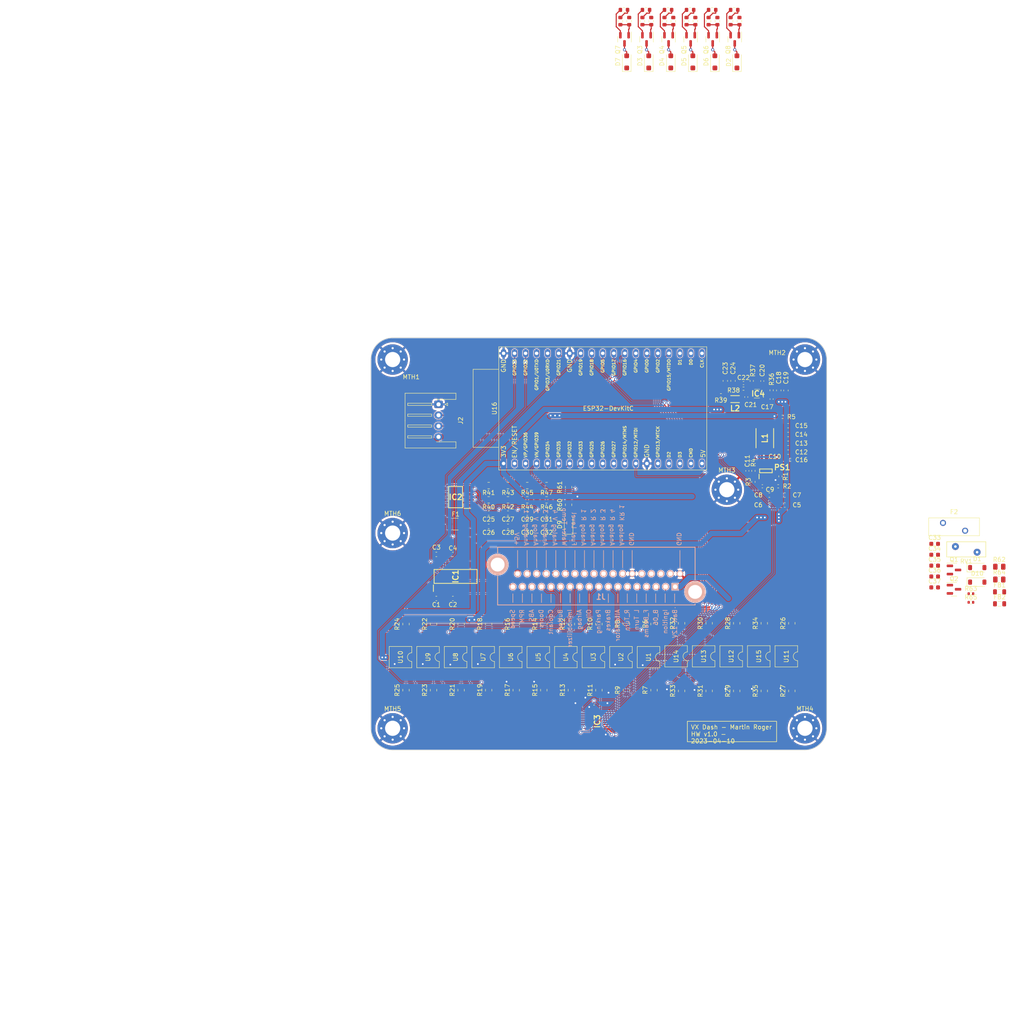
<source format=kicad_pcb>
(kicad_pcb (version 20221018) (generator pcbnew)
  (title_block (title "Main PCB") (date "2023-04-10") (rev "1.0") (comment 1 "https://cadlab.io/projects/vxdash") (comment 2 "https://github.com/martinroger/VXDash"))
  (layers (0 "F.Cu" signal "Top") (31 "B.Cu" signal "Bottom") (34 "B.Paste" user) (35 "F.Paste" user) (36 "B.SilkS" user "B.Silkscreen") (37 "F.SilkS" user "F.Silkscreen") (38 "B.Mask" user) (39 "F.Mask" user) (44 "Edge.Cuts" user))
  (net 0 "")
  (net 1 "rpm")
  (net 2 "GND")
  (net 3 "RPM_HALL")
  (net 4 "speed")
  (net 5 "SPEED_HALL")
  (net 6 "Net-(C5-Pad2)")
  (net 7 "PROTECTED_12V+")
  (net 8 "Net-(C7-Pad2)")
  (net 9 "Net-(PS1-BST)")
  (net 10 "Net-(PS1-SW)")
  (net 11 "Net-(PS1-FB)")
  (net 12 "CONV_5V+")
  (net 13 "Net-(IC4-VCC)")
  (net 14 "Net-(IC4-BST)")
  (net 15 "Net-(IC4-SW)")
  (net 16 "Net-(IC4-FB)")
  (net 17 "Net-(C22-Pad2)")
  (net 18 "AnalogV_1")
  (net 19 "AnalogV_2")
  (net 20 "AnalogV_3")
  (net 21 "AnalogV_4")
  (net 22 "AnalogR_1")
  (net 23 "sensor_R_1")
  (net 24 "AnalogR_2")
  (net 25 "sensor_R_2")
  (net 26 "AnalogR_3")
  (net 27 "sensor_R_3")
  (net 28 "AnalogR_4")
  (net 29 "sensor_R_4")
  (net 30 "FUEL_LVL_Rsense")
  (net 31 "fuel_level")
  (net 32 "AnalogKR_1")
  (net 33 "sensor_KR_1")
  (net 34 "WATER_T_Rsense")
  (net 35 "water_T")
  (net 42 "REG_3.3V+")
  (net 46 "alternator")
  (net 47 "parking")
  (net 48 "immobilizer")
  (net 49 "door")
  (net 50 "S3")
  (net 51 "right_turn")
  (net 52 "left_turn")
  (net 53 "button")
  (net 54 "S2")
  (net 55 "S1")
  (net 56 "S0")
  (net 57 "brakes")
  (net 58 "coolant")
  (net 59 "full_beams")
  (net 60 "b06")
  (net 61 "ignition")
  (net 62 "abs")
  (net 63 "airbag")
  (net 64 "oil")
  (net 65 "COM")
  (net 67 "Net-(IC4-EN)")
  (net 68 "/ESP32/TX1")
  (net 69 "/ESP32/RX1")
  (net 70 "5V_SENSOR")
  (net 71 "B06_ActHI")
  (net 72 "R_TURN_ActHI")
  (net 73 "L_TURN_ActHI")
  (net 74 "FBEAMS_ActHI")
  (net 75 "IGNITION_ActHI")
  (net 76 "ABS_ActLO")
  (net 77 "DOOR_ActLO")
  (net 78 "COOLANT_ActLO")
  (net 79 "BTN_ActLO")
  (net 80 "IMMO_ActLO")
  (net 81 "AIRBAG_ActLO")
  (net 82 "OIL_ALRM_ActLO")
  (net 83 "PARK_ActLO")
  (net 84 "BRAKE_ActLO")
  (net 85 "ALTERN_ActLO")
  (net 86 "BATT12V+")
  (net 87 "Net-(PS1-EN)")
  (net 88 "Net-(R6-Pad2)")
  (net 89 "Net-(R8-Pad2)")
  (net 90 "Net-(R10-Pad2)")
  (net 91 "Net-(R12-Pad2)")
  (net 92 "Net-(R14-Pad2)")
  (net 93 "Net-(R16-Pad2)")
  (net 94 "Net-(R18-Pad2)")
  (net 95 "Net-(R20-Pad2)")
  (net 96 "Net-(R22-Pad2)")
  (net 97 "Net-(R24-Pad2)")
  (net 98 "Net-(R26-Pad2)")
  (net 99 "Net-(R28-Pad2)")
  (net 100 "Net-(R30-Pad2)")
  (net 101 "Net-(R32-Pad2)")
  (net 102 "Net-(R34-Pad2)")
  (net 103 "sensor_V_1")
  (net 104 "sensor_V_2")
  (net 105 "sensor_V_3")
  (net 106 "sensor_V_4")
  (net 115 "/ESP32/Digital_4")
  (net 124 "Net-(C11-Pad2)")
  (net 126 "Net-(Q2-D)")
  (net 127 "Net-(D1-K)")
  (net 128 "Net-(D10-A)")
  (net 129 "/Power_Input/SWITCHED_12V+")
  (net 130 "Net-(Q1-D)")
  (net 131 "Net-(Q3-B)")
  (net 132 "Net-(Q3-E)")
  (net 133 "Net-(Q4-B)")
  (net 134 "Net-(Q4-E)")
  (net 135 "Net-(Q5-B)")
  (net 136 "Net-(Q5-E)")
  (net 137 "Net-(Q6-B)")
  (net 138 "Net-(Q6-E)")
  (net 139 "Net-(Q7-B)")
  (net 140 "Net-(Q7-E)")
  (net 141 "Net-(Q8-B)")
  (net 142 "Net-(Q8-E)")
  (footprint "Resistor_SMD:R_0805_2012Metric" (layer "F.Cu") (at 244.776 92.754)
    (fp_text reference "R62")
    (fp_text value "1K")
  )
  (footprint "Resistor_SMD:R_0805_2012Metric" (layer "F.Cu") (at 131.572 74.041 180)
    (fp_text reference "R43")
    (fp_text value "2K")
  )
  (footprint "MountingHole:MountingHole_3.5mm_Pad_Via" (layer "F.Cu") (at 182 75)
    (fp_text reference "MTH3")
    (fp_text value "MountingHole_3.5mm_Pad_Via")
  )
  (footprint "Diode_SMD:D_SOD-123F" (layer "F.Cu") (at 158.928 -23.623 90)
    (fp_text reference "D7")
    (fp_text value "PMEG3010EH")
  )
  (footprint "Varistor:RV_Disc_D9mm_W3.5mm_P5mm" (layer "F.Cu") (at 234.666 88.104)
    (fp_text reference "RV1")
    (fp_text value "MOV-07D220K")
  )
  (footprint "Capacitor_SMD:C_0603_1608Metric" (layer "F.Cu") (at 140.462 80.391 180)
    (fp_text reference "C31")
    (fp_text value "0.1µF 50V")
  )
  (footprint "Resistor_SMD:R_0805_2012Metric" (layer "F.Cu") (at 127.127 121.20975 -90)
    (fp_text reference "R19")
    (fp_text value "1K")
  )
  (footprint "Resistor_SMD:R_0603_1608Metric" (layer "F.Cu") (at 184.902 -33.021 90)
    (fp_text reference "R71" hide)
    (fp_text value "3K3")
  )
  (footprint "Resistor_SMD:R_0805_2012Metric" (layer "F.Cu") (at 114.427 105.96975 -90)
    (fp_text reference "R22")
    (fp_text value "1K")
  )
  (footprint "Capacitor_SMD:C_0603_1608Metric" (layer "F.Cu") (at 195.6195 52.12 90)
    (fp_text reference "C19")
    (fp_text value "10µF 25V")
  )
  (footprint "SamacSys_Parts:MP2322GQHZ" (layer "F.Cu") (at 188.975 52.857 180)
    (fp_text reference "IC4")
    (fp_text value "MP2322GQH-Z" hide)
  )
  (footprint "Resistor_SMD:R_0805_2012Metric" (layer "F.Cu") (at 145.542 74.422 90)
    (fp_text reference "R61")
    (fp_text value "1K")
  )
  (footprint "Capacitor_SMD:C_0603_1608Metric" (layer "F.Cu") (at 181.649 49.911 90)
    (fp_text reference "C23")
    (fp_text value "10µF 25V")
  )
  (footprint "Resistor_SMD:R_0805_2012Metric" (layer "F.Cu") (at 146.177 121.20975 -90)
    (fp_text reference "R13")
    (fp_text value "1K")
  )
  (footprint "Capacitor_SMD:C_0603_1608Metric" (layer "F.Cu") (at 115.062 100.076 180)
    (fp_text reference "C1")
    (fp_text value "0.1µF")
  )
  (footprint "Resistor_SMD:R_0805_2012Metric" (layer "F.Cu") (at 158.877 121.20975 -90)
    (fp_text reference "R9")
    (fp_text value "1K")
  )
  (footprint "Resistor_SMD:R_0805_2012Metric" (layer "F.Cu") (at 184.276999 121.3885 -90)
    (fp_text reference "R29")
    (fp_text value "1K")
  )
  (footprint "Capacitor_SMD:C_0603_1608Metric" (layer "F.Cu") (at 196.127 62.275)
    (fp_text reference "C14")
    (fp_text value "10µF 25V")
  )
  (footprint "Capacitor_SMD:C_0603_1608Metric" (layer "F.Cu") (at 118.872 100.076 180)
    (fp_text reference "C2")
    (fp_text value "0.1µF 50V")
  )
  (footprint "Capacitor_SMD:C_0603_1608Metric" (layer "F.Cu") (at 229.886 89.994)
    (fp_text reference "C34")
    (fp_text value "0.1µF")
  )
  (footprint "Resistor_SMD:R_0603_1608Metric" (layer "F.Cu") (at 179.822 -33.021 90)
    (fp_text reference "R51" hide)
    (fp_text value "3K3")
  )
  (footprint "Capacitor_SMD:C_0603_1608Metric" (layer "F.Cu") (at 195.352 76.245 180)
    (fp_text reference "C7")
    (fp_text value "10µF 25V")
  )
  (footprint "Resistor_SMD:R_0805_2012Metric" (layer "F.Cu") (at 165.227 105.96975 -90)
    (fp_text reference "R6")
    (fp_text value "1K")
  )
  (footprint "Resistor_SMD:R_0805_2012Metric" (layer "F.Cu") (at 152.527 105.96975 -90)
    (fp_text reference "R10")
    (fp_text value "1K")
  )
  (footprint "Resistor_SMD:R_0805_2012Metric" (layer "F.Cu") (at 120.777 121.20975 -90)
    (fp_text reference "R21")
    (fp_text value "1K")
  )
  (footprint "Resistor_SMD:R_0402_1005Metric" (layer "F.Cu") (at 185.84 51.702 180)
    (fp_text reference "R38")
    (fp_text value "976K")
  )
  (footprint "Resistor_SMD:R_0805_2012Metric" (layer "F.Cu") (at 131.572 77.343 180)
    (fp_text reference "R42")
    (fp_text value "1K")
  )
  (footprint "Resistor_SMD:R_0805_2012Metric" (layer "F.Cu") (at 136.017 74.041 180)
    (fp_text reference "R45")
    (fp_text value "2K")
  )
  (footprint "Package_DIP:SMDIP-4_W7.62mm" (layer "F.Cu") (at 119.507 113.58975 -90)
    (fp_text reference "U8")
    (fp_text value "SFH617A-2X009T")
  )
  (footprint "Resistor_SMD:R_0805_2012Metric" (layer "F.Cu") (at 133.477 105.96975 -90)
    (fp_text reference "R16")
    (fp_text value "1K")
  )
  (footprint "Resistor_SMD:R_0805_2012Metric" (layer "F.Cu") (at 244.776 95.704)
    (fp_text reference "R64")
    (fp_text value "1K")
  )
  (footprint "Resistor_SMD:R_0805_2012Metric" (layer "F.Cu") (at 114.427 121.20975 -90)
    (fp_text reference "R23")
    (fp_text value "1K")
  )
  (footprint "Resistor_SMD:R_0603_1608Metric" (layer "F.Cu") (at 182.87 -33.021 -90)
    (fp_text reference "R59" hide)
    (fp_text value "2K2")
  )
  (footprint "Resistor_SMD:R_0402_1005Metric" (layer "F.Cu") (at 187.745 49.922 -90)
    (fp_text reference "R37")
    (fp_text value "220K")
  )
  (footprint "MountingHole:MountingHole_3.5mm_Pad_Via" (layer "F.Cu") (at 105 130)
    (fp_text reference "MTH5")
    (fp_text value "MountingHole_3.5mm_Pad_Via")
  )
  (footprint "Resistor_SMD:R_0805_2012Metric" (layer "F.Cu") (at 127.127 74.041 180)
    (fp_text reference "R41")
    (fp_text value "2K")
  )
  (footprint "Package_DIP:SMDIP-4_W7.62mm" (layer "F.Cu") (at 138.557 113.58975 -90)
    (fp_text reference "U5")
    (fp_text value "SFH617A-2X009T")
  )
  (footprint "Fuse:Fuse_1210_3225Metric" (layer "F.Cu") (at 119.507 82.931)
    (fp_text reference "F1")
    (fp_text value "Polyfuse")
  )
  (footprint "MountingHole:MountingHole_3.5mm_Pad_Via" (layer "F.Cu") (at 200 130)
    (fp_text reference "MTH4")
    (fp_text value "MountingHole_3.5mm_Pad_Via")
  )
  (footprint "Resistor_SMD:R_0805_2012Metric" (layer "F.Cu") (at 108.077 105.96975 -90)
    (fp_text reference "R24")
    (fp_text value "1K")
  )
  (footprint "Capacitor_SMD:C_0603_1608Metric" (layer "F.Cu") (at 127.127 83.439 180)
    (fp_text reference "C26")
    (fp_text value "0.1µF 50V")
  )
  (footprint "Resistor_SMD:R_0805_2012Metric" (layer "F.Cu") (at 158.877 105.96975 -90)
    (fp_text reference "R8")
    (fp_text value "1K")
  )
  (footprint "MountingHole:MountingHole_3.5mm_Pad_Via" (layer "F.Cu") (at 105 45)
    (fp_text reference "MTH1")
    (fp_text value "MountingHole_3.5mm_Pad_Via")
  )
  (footprint "SamacSys_Parts:SOT95P280X100-6N" (layer "F.Cu") (at 191.008 70.657 90)
    (fp_text reference "PS1")
    (fp_text value "AP63200WU-7" hide)
  )
  (footprint "Capacitor_SMD:C_0603_1608Metric" (layer "F.Cu") (at 196.127 64.307)
    (fp_text reference "C13")
    (fp_text value "10µF 25V")
  )
  (footprint "Capacitor_SMD:C_0603_1608Metric" (layer "F.Cu") (at 131.572 80.391 180)
    (fp_text reference "C27")
    (fp_text value "0.1µF 50V")
  )
  (footprint "Resistor_SMD:R_0805_2012Metric" (layer "F.Cu") (at 127.127 105.96975 -90)
    (fp_text reference "R18")
    (fp_text value "1K")
  )
  (footprint "Resistor_SMD:R_0402_1005Metric" (layer "F.Cu") (at 180.633 53.226 180)
    (fp_text reference "R39")
    (fp_text value "0R")
  )
  (footprint "Resistor_SMD:R_0402_1005Metric" (layer "F.Cu") (at 194.842 58.211 180)
    (fp_text reference "R5")
    (fp_text value "0R")
  )
  (footprint "Diode_SMD:D_SOD-123" (layer "F.Cu") (at 239.701 96.304)
    (fp_text reference "D10")
    (fp_text value "18V")
  )
  (footprint "SamacSys_Parts:INDPM2016X100N" (layer "F.Cu") (at 183.896 54.115 180)
    (fp_text reference "L2")
    (fp_text value "MAKK2016T3R3M" hide)
  )
  (footprint "Package_DIP:SMDIP-4_W7.62mm" (layer "F.Cu") (at 195.707 113.411 -90)
    (fp_text reference "U11")
    (fp_text value "SFH617A-2X009T")
  )
  (footprint "Capacitor_SMD:C_0603_1608Metric" (layer "F.Cu") (at 229.886 95.014)
    (fp_text reference "C36")
    (fp_text value "1uF")
  )
  (footprint "Diode_SMD:D_SOD-123F" (layer "F.Cu") (at 169.088 -23.623 90)
    (fp_text reference "D4")
    (fp_text value "PMEG3010EH")
  )
  (footprint "Capacitor_SMD:C_0603_1608Metric" (layer "F.Cu") (at 191.796 76.245 180)
    (fp_text reference "C8")
    (fp_text value "10µF 25V")
  )
  (footprint "Resistor_SMD:R_0402_1005Metric" (layer "F.Cu") (at 188.126 73.197 90)
    (fp_text reference "R3")
    (fp_text value "19K1")
  )
  (footprint "Resistor_SMD:R_0603_1608Metric" (layer "F.Cu") (at 164.582 -33.021 90)
    (fp_text reference "R48" hide)
    (fp_text value "3K3")
  )
  (footprint "MountingHole:MountingHole_3.5mm_Pad_Via" (layer "F.Cu") (at 200 45)
    (fp_text reference "MTH2")
    (fp_text value "MountingHole_3.5mm_Pad_Via")
  )
  (footprint "SamacSys_Parts:SOIC127P600X175-16N" (layer "F.Cu") (at 119.507 94.996 90)
    (fp_text reference "IC1")
    (fp_text value "CD74HC4050M96" hide)
  )
  (footprint "Inductor_SMD:L_0805_2012Metric" (layer "F.Cu") (at 244.846 101.304)
    (fp_text reference "FB2")
    (fp_text value "120R@100MHz")
  )
  (footprint "Capacitor_SMD:C_0603_1608Metric" (layer "F.Cu") (at 115.062 89.916 180)
    (fp_text reference "C3")
    (fp_text value "0.1µF")
  )
  (footprint "Package_DIP:SMDIP-4_W7.62mm" (layer "F.Cu") (at 113.157 113.58975 -90)
    (fp_text reference "U9")
    (fp_text value "SFH617A-2X009T")
  )
  (footprint "Package_DIP:SMDIP-4_W7.62mm" (layer "F.Cu") (at 151.257 113.58975 -90)
    (fp_text reference "U3")
    (fp_text value "SFH617A-2X009T")
  )
  (footprint "Package_DIP:SMDIP-4_W7.62mm" (layer "F.Cu") (at 106.807 113.58975 -90)
    (fp_text reference "U10")
    (fp_text value "SFH617A-2X009T")
  )
  (footprint "Capacitor_SMD:C_0603_1608Metric" (layer "F.Cu") (at 229.886 92.504)
    (fp_text reference "C35")
    (fp_text value "0.1µF")
  )
  (footprint "Resistor_SMD:R_0603_1608Metric" (layer "F.Cu") (at 169.662 -33.021 90)
    (fp_text reference "R49" hide)
    (fp_text value "3K3")
  )
  (footprint "Capacitor_SMD:C_0603_1608Metric" (layer "F.Cu") (at 196.127 60.243)
    (fp_text reference "C15")
    (fp_text value "10µF 25V")
  )
  (footprint "Resistor_SMD:R_0805_2012Metric" (layer "F.Cu") (at 146.177 105.96975 -90)
    (fp_text reference "R12")
    (fp_text value "1K")
  )
  (footprint "Resistor_SMD:R_0603_1608Metric" (layer "F.Cu") (at 157.47 -33.021 -90)
    (fp_text reference "R57" hide)
    (fp_text value "2K2")
  )
  (footprint "Package_DIP:SMDIP-4_W7.62mm" (layer "F.Cu") (at 144.907 113.58975 -90)
    (fp_text reference "U4")
    (fp_text value "SFH617A-2X009T")
  )
  (footprint "Resistor_SMD:R_0805_2012Metric" (layer "F.Cu") (at 145.542 78.483 -90)
    (fp_text reference "R60")
    (fp_text value "220R")
  )
  (footprint "Capacitor_SMD:C_0402_1005Metric" (layer "F.Cu") (at 186.475 53.635 -90)
    (fp_text reference "C21")
    (fp_text value "100nF 50V")
  )
  (footprint "Resistor_SMD:R_0805_2012Metric" (layer "F.Cu") (at 140.462 77.343 180)
    (fp_text reference "R46")
    (fp_text value "1K")
  )
  (footprint "Resistor_SMD:R_0603_1608Metric" (layer "F.Cu") (at 162.55 -33.021 -90)
    (fp_text reference "R53" hide)
    (fp_text value "2K2")
  )
  (footprint "Capacitor_SMD:C_0402_1005Metric" (layer "F.Cu") (at 190.186 74.213)
    (fp_text reference "C9")
    (fp_text value "100nF 50V")
  )
  (footprint "Capacitor_SMD:C_0603_1608Metric" (layer "F.Cu") (at 131.572 83.439 180)
    (fp_text reference "C28")
    (fp_text value "0.1µF 50V")
  )
  (footprint "Package_DIP:SMDIP-4_W7.62mm" (layer "F.Cu") (at 125.857 113.58975 -90)
    (fp_text reference "U7")
    (fp_text value "SFH617A-2X009T")
  )
  (footprint "SamacSys_Parts:74HC4067BQQ100J" (layer "F.Cu") (at 152.146 128.397 -90)
    (fp_text reference "IC3")
    (fp_text value "74HC4067BQ-Q100J" hide)
  )
  (footprint "Resistor_SMD:R_0805_2012Metric" (layer "F.Cu") (at 108.077 121.20975 -90)
    (fp_text reference "R25")
    (fp_text value "1K")
  )
  (footprint "Resistor_SMD:R_0402_1005Metric" (layer "F.Cu") (at 238.236 98.974)
    (fp_text reference "R63")
    (fp_text value "100K")
  )
  (footprint "Resistor_SMD:R_0805_2012Metric" (layer "F.Cu") (at 140.462 74.041 180)
    (fp_text reference "R47")
    (fp_text value "2K")
  )
  (footprint "Resistor_SMD:R_0805_2012Metric" (layer "F.Cu") (at 127.127 77.343 180)
    (fp_text reference "R40")
    (fp_text value "1K")
  )
  (footprint "Resistor_SMD:R_0603_1608Metric" (layer "F.Cu") (at 159.502 -33.021 90)
    (fp_text reference "R52" hide)
    (fp_text value "3K3")
  )
  (footprint "Resistor_SMD:R_0805_2012Metric" (layer "F.Cu") (at 136.017 77.343 180)
    (fp_text reference "R44")
    (fp_text value "1K")
  )
  (footprint "Resistor_SMD:R_0805_2012Metric" (layer "F.Cu") (at 120.777 105.96975 -90)
    (fp_text reference "R20")
    (fp_text value "1K")
  )
  (footprint "Diode_SMD:D_SOD-123F" (layer "F.Cu") (at 174.168 -23.623 90)
    (fp_text reference "D5")
    (fp_text value "PMEG3010EH")
  )
  (footprint "Package_DIP:SMDIP-4_W7.62mm" (layer "F.Cu") (at 183.007 113.411 -90)
    (fp_text reference "U12")
    (fp_text value "SFH617A-2X009T")
  )
  (footprint "Resistor_SMD:R_0805_2012Metric" (layer "F.Cu") (at 177.926999 121.3885 -90)
    (fp_text reference "R31")
    (fp_text value "1K")
  )
  (footprint "Resistor_SMD:R_0805_2012Metric" (layer "F.Cu") (at 190.627 105.791 -90)
    (fp_text reference "R34")
    (fp_text value "1K")
  )
  (footprint "Package_TO_SOT_SMD:SOT-23" (layer "F.Cu") (at 173.66 -28.83 -90)
    (fp_text reference "Q5")
    (fp_text value "BC807")
  )
  (footprint "Capacitor_SMD:C_0603_1608Metric" (layer "F.Cu") (at 136.017 83.439 180)
    (fp_text reference "C30")
    (fp_text value "0.1µF 50V")
  )
  (footprint "Resistor_SMD:R_0402_1005Metric" (layer "F.Cu") (at 188.126 70.657 90)
    (fp_text reference "R4")
    (fp_text value "100K")
  )
  (footprint "Resistor_SMD:R_0402_1005Metric" (layer "F.Cu") (at 193.841 74.213 180)
    (fp_text reference "R2")
    (fp_text value "19K1")
  )
  (footprint "Capacitor_SMD:C_0402_1005Metric" (layer "F.Cu") (at 186.729 70.657 90)
    (fp_text reference "C11")
    (fp_text value "100pF")
  )
  (footprint "Diode_SMD:D_SOD-123F" (layer "F.Cu") (at 184.328 -23.623 90)
    (fp_text reference "D2")
    (fp_text value "PMEG3010EH")
  )
  (footprint "Resistor_SMD:R_0603_1608Metric" (layer "F.Cu") (at 158.298 -35.6095 180)
    (fp_text reference "R70" hide)
    (fp_text value "270R")
  )
  (footprint "Resistor_SMD:R_0805_2012Metric" (layer "F.Cu") (at 196.976999 121.3885 -90)
    (fp_text reference "R27")
    (fp_text value "1K")
  )
  (footprint "Package_DIP:SMDIP-4_W7.62mm" (layer "F.Cu") (at 163.957 113.58975 -90)
    (fp_text reference "U1")
    (fp_text value "SFH617A-2X009T")
  )
  (footprint "Resistor_SMD:R_0402_1005Metric" (layer "F.Cu") (at 238.236 100.964)
    (fp_text reference "R65")
    (fp_text value "100K")
  )
  (footprint "Diode_SMD:D_SOD-123F" (layer "F.Cu") (at 145.542 83.058 90)
    (fp_text reference "D9")
    (fp_text value "PMEG3010EH")
  )
  (footprint "Package_DIP:SMDIP-4_W7.62mm" (layer "F.Cu") (at 189.357 113.411 -90)
    (fp_text reference "U15")
    (fp_text value "SFH617A-2X009T")
  )
  (footprint "Package_TO_SOT_SMD:SOT-23" (layer "F.Cu") (at 178.74 -28.83 -90)
    (fp_text reference "Q6")
    (fp_text value "BC807")
  )
  (footprint "Connector_JST:JST_XH_S4B-XH-A-1_1x04_P2.50mm_Horizontal" (layer "F.Cu") (at 115.57 55.325 -90)
    (fp_text reference "J2")
    (fp_text value "Conn_01x04_Socket")
  )
  (footprint "Capacitor_SMD:C_0603_1608Metric" (layer "F.Cu") (at 229.886 87.484)
    (fp_text reference "C33")
    (fp_text value "0.1µF")
  )
  (footprint "Capacitor_SMD:C_0402_1005Metric" (layer "F.Cu") (at 185.84 50.432 180)
    (fp_text reference "C22")
    (fp_text value "22pF")
  )
  (footprint "Capacitor_SMD:C_0603_1608Metric" (layer "F.Cu") (at 140.462 83.439 180)
    (fp_text reference "C32")
    (fp_text value "0.1µF 50V")
  )
  (footprint "Package_TO_SOT_SMD:SOT-23" (layer "F.Cu") (at 168.58 -28.83 -90)
    (fp_text reference "Q4")
    (fp_text value "BC807")
  )
  (footprint "Capacitor_SMD:C_0402_1005Metric" (layer "F.Cu") (at 196.663 68.117)
    (fp_text reference "C16")
    (fp_text value "100nF 50V")
  )
  (footprint "Resistor_SMD:R_0402_1005Metric" (layer "F.Cu") (at 192.317 52.083 90)
    (fp_text reference "R36")
    (fp_text value "100K")
  )
  (footprint "Capacitor_SMD:C_0603_1608Metric" (layer "F.Cu") (at 183.427 49.911 90)
    (fp_text reference "C24")
    (fp_text value "10µF 25V")
  )
  (footprint "Resistor_SMD:R_0805_2012Metric" (layer "F.Cu") (at 139.827 105.96975 -90)
    (fp_text reference "R14")
    (fp_text value "1K")
  )
  (footprint "Package_TO_SOT_SMD:SOT-23" (layer "F.Cu") (at 158.42 -28.83 -90)
    (fp_text reference "Q7")
    (fp_text value "BC807")
  )
  (footprint "Diode_SMD:D_SOD-123F" (layer "F.Cu") (at 179.248 -23.623 90)
    (fp_text reference "D6")
    (fp_text value "PMEG3010EH")
  )
  (footprint "Capacitor_SMD:C_0603_1608Metric" (layer "F.Cu") (at 195.339 78.531 180)
    (fp_text reference "C5")
    (fp_text value "10µF 25V")
  )
  (footprint "Resistor_SMD:R_0805_2012Metric" (layer "F.Cu") (at 177.927 105.791 -90)
    (fp_text reference "R30")
    (fp_text value "1K")
  )
  (footprint "Resistor_SMD:R_0603_1608Metric" (layer "F.Cu") (at 174.742 -33.021 90)
    (fp_text reference "R50" hide)
    (fp_text value "3K3")
  )
  (footprint "Resistor_SMD:R_0805_2012Metric" (layer "F.Cu") (at 190.627 121.3885 -90)
    (fp_text reference "R35")
    (fp_text value "1K")
  )
  (footprint "Resistor_SMD:R_0805_2012Metric" (layer "F.Cu") (at 139.827 121.20975 -90)
    (fp_text reference "R15")
    (fp_text value "1K")
  )
  (footprint "Resistor_SMD:R_0805_2012Metric" (layer "F.Cu") (at 165.227 121.20975 -90)
    (fp_text reference "R7")
    (fp_text value "1K")
  )
  (footprint "Package_DIP:SMDIP-4_W7.62mm" (layer "F.Cu") (at 170.307 113.411 -90)
    (fp_text reference "U14")
    (fp_text value "SFH617A-2X009T")
  )
  (footprint "Resistor_SMD:R_0805_2012Metric" (layer "F.Cu") (at 133.477 121.20975 -90)
    (fp_text reference "R17")
    (fp_text value "1K")
  )
  (footprint "Capacitor_SMD:C_0603_1608Metric" (layer "F.Cu") (at 136.017 80.391 180)
    (fp_text reference "C29")
    (fp_text value "0.1µF 50V")
  )
  (footprint "Resistor_SMD:R_0603_1608Metric" (layer "F.Cu") (at 172.71 -33.021 -90)
    (fp_text reference "R55" hide)
    (fp_text value "2K2")
  )
  (footprint "Resistor_SMD:R_0805_2012Metric" (layer "F.Cu") (at 184.277 105.791 -90)
    (fp_text reference "R28")
    (fp_text value "1K")
  )
  (footprint "SamacSys_Parts:SOIC127P600X175-8N" (layer "F.Cu") (at 119.507 76.708 180)
    (fp_text reference "IC2")
    (fp_text value "SP721ABG" hide)
  )
  (footprint "SamacSys_Parts:INDPM4441X200N" (layer "F.Cu") (at 190.754 63.119 90)
    (fp_text reference "L1")
    (fp_text value "SRP4020TA-100M" hide)
  )
  (footprint "Capacitor_SMD:C_0603_1608Metric" (layer "F.Cu") (at 191.783 78.531 180)
    (fp_text reference "C6")
    (fp_text value "10µF 25V")
  )
  (footprint "Resistor_SMD:R_0805_2012Metric" (layer "F.Cu") (at 196.977 105.791 -90)
    (fp_text reference "R26")
    (fp_text value "1K")
  )
  (footprint "Diode_SMD:D_SOD-123F" (layer "F.Cu") (at 164.008 -23.623 90)
    (fp_text reference "D3")
    (fp_text value "PMEG3010EH")
  )
  (footprint "Resistor_SMD:R_0805_2012Metric" (layer "F.Cu") (at 171.577 105.791 -90)
    (fp_text reference "R32")
    (fp_text value "1K")
  )
  (footprint "Fuse:Fuse_BelFuse_0ZRE0033FF_L11.4mm_W3.8mm" (layer "F.Cu") (at 231.806 82.654)
    (fp_text reference "F2")
    (fp_text value "0ZRB0250FF1E")
  )
  (footprint "Resistor_SMD:R_0603_1608Metric" (layer "F.Cu") (at 178.618 -35.6095 180)
    (fp_text reference "R69" hide)
    (fp_text value "270R")
  )
  (footprint "Diode_SMD:D_SOD-123" (layer "F.Cu") (at 239.701 92.954)
    (fp_text reference "D1")
    (fp_text value "18V")
  )
  (footprint "Resistor_SMD:R_0603_1608Metric" (layer "F.Cu") (at 173.538 -35.6095 180)
    (fp_text reference "R68" hide)
    (fp_text value "270R")
  )
  (footprint "Resistor_SMD:R_0603_1608Metric" (layer "F.Cu") (at 168.458 -35.6095 180)
    (fp_text reference "R67" hide)
    (fp_text value "270R")
  )
  (footprint "Resistor_SMD:R_0603_1608Metric" (layer "F.Cu") (at 163.378 -35.6095 180)
    (fp_text reference "R66" hide)
    (fp_text value "270R")
  )
  (footprint "Capacitor_SMD:C_0402_1005Metric" (layer "F.Cu") (at 192.317 54.115 -90)
    (fp_text reference "C17")
    (fp_text value "100nF 50V")
  )
  (footprint "Package_TO_SOT_SMD:SOT-23" (layer "F.Cu") (at 234.336 93.504)
    (fp_text reference "Q1")
    (fp_text value "2N7002")
  )
  (footprint "Package_TO_SOT_SMD:SOT-23" (layer "F.Cu") (at 183.82 -28.83 -90)
    (fp_text reference "Q8")
    (fp_text value "BC807")
  )
  (footprint "Package_DIP:SMDIP-4_W7.62mm" (layer "F.Cu") (at 176.657 113.411 -90)
    (fp_text reference "U13")
    (fp_text value "SFH617A-2X009T")
  )
  (footprint "MountingHole:MountingHole_3.5mm_Pad_Via" (layer "F.Cu") (at 105 85)
    (fp_text reference "MTH6")
    (fp_text value "MountingHole_3.5mm_Pad_Via")
  )
  (footprint "Capacitor_SMD:C_0402_1005Metric" (layer "F.Cu") (at 190.528 67.355)
    (fp_text reference "C10")
    (fp_text value "100nF 50V")
  )
  (footprint "Espressif:ESP32-DevKitC" (layer "F.Cu") (at 130.556 68.961 90)
    (fp_text reference "U16")
    (fp_text value "ESP32-DevKitC")
  )
  (footprint "Resistor_SMD:R_0805_2012Metric" (layer "F.Cu") (at 171.576999 121.3885 -90)
    (fp_text reference "R33")
    (fp_text value "1K")
  )
  (footprint "Capacitor_SMD:C_0603_1608Metric" (layer "F.Cu") (at 127.127 80.391 180)
    (fp_text reference "C25")
    (fp_text value "0.1µF 50V")
  )
  (footprint "Resistor_SMD:R_0603_1608Metric" (layer "F.Cu") (at 183.698 -35.6095 180)
    (fp_text reference "R58" hide)
    (fp_text value "510R")
  )
  (footprint "Capacitor_SMD:C_0603_1608Metric" (layer "F.Cu") (at 193.968 52.107 90)
    (fp_text reference "C18")
    (fp_text value "10µF 25V")
  )
  (footprint "Package_TO_SOT_SMD:SOT-23" (layer "F.Cu") (at 163.5 -28.83 -90)
    (fp_text reference "Q3")
    (fp_text value "BC807")
  )
  (footprint "Resistor_SMD:R_0603_1608Metric" (layer "F.Cu") (at 177.79 -33.021 -90)
    (fp_text reference "R56" hide)
    (fp_text value "2K2")
  )
  (footprint "Capacitor_SMD:C_0603_1608Metric" (layer "F.Cu") (at 196.127 66.339)
    (fp_text reference "C12")
    (fp_text value "10µF 25V")
  )
  (footprint "Capacitor_SMD:C_0603_1608Metric" (layer "F.Cu") (at 118.872 89.916)
    (fp_text reference "C4")
    (fp_text value "0.1µF 50V")
  )
  (footprint "Resistor_SMD:R_0603_1608Metric" (layer "F.Cu") (at 167.63 -33.021 -90)
    (fp_text reference "R54" hide)
    (fp_text value "2K2")
  )
  (footprint "Resistor_SMD:R_0805_2012Metric" (layer "F.Cu") (at 152.527 121.20975 -90)
    (fp_text reference "R11")
    (fp_text value "1K")
  )
  (footprint "Capacitor_SMD:C_0603_1608Metric" (layer "F.Cu") (at 229.886 97.524)
    (fp_text reference "C37")
    (fp_text value "0.1µF")
  )
  (footprint "Package_TO_SOT_SMD:SOT-23" (layer "F.Cu") (at 234.336 97.954)
    (fp_text reference "Q2")
    (fp_text value "PJA3441")
  )
  (footprint "Package_DIP:SMDIP-4_W7.62mm" (layer "F.Cu") (at 132.207 113.58975 -90)
    (fp_text reference "U6")
    (fp_text value "SFH617A-2X009T")
  )
  (footprint "Capacitor_SMD:C_0402_1005Metric" (layer "F.Cu") (at 190.158 49.952 90)
    (fp_text reference "C20")
    (fp_text value "2.2µF")
  )
  (footprint "Inductor_SMD:L_0805_2012Metric" (layer "F.Cu") (at 244.846 98.554)
    (fp_text reference "FB1")
    (fp_text value "120R@100MHz")
  )
  (footprint "Resistor_SMD:R_0402_1005Metric" (layer "F.Cu") (at 194.349 71.925 -90)
    (fp_text reference "R1")
    (fp_text value "5K1")
  )
  (footprint "Package_DIP:SMDIP-4_W7.62mm" (layer "F.Cu") (at 157.607 113.58975 -90)
    (fp_text reference "U2")
    (fp_text value "SFH617A-2X009T")
  )
  (footprint "SamacSys_Parts:MX34036UF2" (layer "B.Cu") (at 170.092 97.361)
    (fp_text reference "J1")
    (fp_text value "MX34036UF2" hide)
  )
  (gr_line (start 159.059142 101) (end 159.059142 99) (stroke (width 0.15)) (layer "B.SilkS"))
  (gr_line (start 144.792 93) (end 144.792 89) (stroke (width 0.15)) (layer "B.SilkS"))
  (gr_line (start 148.092 101) (end 148.092 99) (stroke (width 0.15)) (layer "B.SilkS"))
  (gr_line (start 149.192 93) (end 149.192 89) (stroke (width 0.15)) (layer "B.SilkS"))
  (gr_line (start 151.392 93) (end 151.392 89) (stroke (width 0.15)) (layer "B.SilkS"))
  (gr_line (start 157.992 93) (end 157.992 89) (stroke (width 0.15)) (layer "B.SilkS"))
  (gr_line (start 140.392 93) (end 140.392 89) (stroke (width 0.15)) (layer "B.SilkS"))
  (gr_line (start 156.875571 101) (end 156.875571 99) (stroke (width 0.15)) (layer "B.SilkS"))
  (gr_line (start 155.792 93) (end 155.792 89) (stroke (width 0.15)) (layer "B.SilkS"))
  (gr_line (start 141.492 101) (end 141.492 99) (stroke (width 0.15)) (layer "B.SilkS"))
  (gr_line (start 137.092 101) (end 137.092 99) (stroke (width 0.15)) (layer "B.SilkS"))
  (gr_line (start 153.592 93) (end 153.592 89) (stroke (width 0.15)) (layer "B.SilkS"))
  (gr_line (start 163.426284 101) (end 163.426284 99) (stroke (width 0.15)) (layer "B.SilkS"))
  (gr_line (start 146.992 93) (end 146.992 89) (stroke (width 0.15)) (layer "B.SilkS"))
  (gr_line (start 135.992 93) (end 135.992 89) (stroke (width 0.15)) (layer "B.SilkS"))
  (gr_line (start 150.292 101) (end 150.292 99) (stroke (width 0.15)) (layer "B.SilkS"))
  (gr_line (start 145.892 101) (end 145.892 99) (stroke (width 0.15)) (layer "B.SilkS"))
  (gr_line (start 160.192 93) (end 160.192 89) (stroke (width 0.15)) (layer "B.SilkS"))
  (gr_line (start 139.292 101) (end 139.292 99) (stroke (width 0.15)) (layer "B.SilkS"))
  (gr_line (start 167.793426 101) (end 167.793426 99) (stroke (width 0.15)) (layer "B.SilkS"))
  (gr_line (start 169.977 101) (end 169.977 99) (stroke (width 0.15)) (layer "B.SilkS"))
  (gr_line (start 134.892 101) (end 134.892 99) (stroke (width 0.15)) (layer "B.SilkS"))
  (gr_line (start 171.192 93) (end 171.192 89) (stroke (width 0.15)) (layer "B.SilkS"))
  (gr_line (start 143.692 101) (end 143.692 99) (stroke (width 0.15)) (layer "B.SilkS"))
  (gr_line (start 165.609855 101) (end 165.609855 99) (stroke (width 0.15)) (layer "B.SilkS"))
  (gr_line (start 138.192 93) (end 138.192 89) (stroke (width 0.15)) (layer "B.SilkS"))
  (gr_line (start 161.242713 101) (end 161.242713 99) (stroke (width 0.15)) (layer "B.SilkS"))
  (gr_line (start 133.792 93) (end 133.792 89) (stroke (width 0.15)) (layer "B.SilkS"))
  (gr_line (start 154.692 101) (end 154.692 99) (stroke (width 0.15)) (layer "B.SilkS"))
  (gr_line (start 142.592 93) (end 142.592 89) (stroke (width 0.15)) (layer "B.SilkS"))
  (gr_line (start 132.692 101) (end 132.692 99) (stroke (width 0.15)) (layer "B.SilkS"))
  (gr_line locked (start 200 135) (end 105 135) (stroke (width 0.15)) (layer "Edge.Cuts"))
  (gr_line locked (start 105 40) (end 200 40) (stroke (width 0.15)) (layer "Edge.Cuts"))
  (gr_arc locked (start 205 130) (mid 203.535534 133.535534) (end 200 135) (stroke (width 0.15)) (layer "Edge.Cuts"))
  (gr_arc locked (start 200 40) (mid 203.535534 41.464466) (end 205 45) (stroke (width 0.15)) (layer "Edge.Cuts"))
  (gr_line locked (start 100 130) (end 100 45) (stroke (width 0.15)) (layer "Edge.Cuts"))
  (gr_line locked (start 205 45) (end 205 130) (stroke (width 0.15)) (layer "Edge.Cuts"))
  (gr_arc locked (start 100 45) (mid 101.464466 41.464466) (end 105 40) (stroke (width 0.15)) (layer "Edge.Cuts"))
  (gr_arc locked (start 105 135) (mid 101.464466 133.535534) (end 100 130) (stroke (width 0.15)) (layer "Edge.Cuts"))
  (gr_text "Oil" (at 150.792 102.5 90) (layer "B.SilkS") (effects (font (size 1 1)) (justify left bottom mirror)))
  (gr_text "Doors" (at 139.792 102.5 90) (layer "B.SilkS") (effects (font (size 1 1)) (justify left bottom mirror)))
  (gr_text "ABS" (at 137.592 102.5 90) (layer "B.SilkS") (effects (font (size 1 1)) (justify left bottom mirror)))
  (gr_text "Ignition" (at 168.392 102.5 90) (layer "B.SilkS") (effects (font (size 1 1)) (justify left bottom mirror)))
  (gr_text "Batt 12V" (at 170.592 102.5 90) (layer "B.SilkS") (effects (font (size 1 1)) (justify left bottom mirror)))
  (gr_text "Button" (at 144.192 102.5 90) (layer "B.SilkS") (effects (font (size 1 1)) (justify left bottom mirror)))
  (gr_text "L Turn" (at 161.792 102.5 90) (layer "B.SilkS") (effects (font (size 1 1)) (justify left bottom mirror)))
  (gr_text "Alternator" (at 157.392 102.5 90) (layer "B.SilkS") (effects (font (size 1 1)) (justify left bottom mirror)))
  (gr_text "Speed" (at 133.192 102.5 90) (layer "B.SilkS") (effects (font (size 1 1)) (justify left bottom mirror)))
  (gr_text "Analog R 4" (at 155 88 -90) (layer "B.SilkS") (effects (font (size 1 1)) (justify left bottom mirror)))
  (gr_text "Water Temp" (at 144 88 -90) (layer "B.SilkS") (effects (font (size 1 1)) (justify left bottom mirror)))
  (gr_text "Analog V 1" (at 135.2 88 -90) (layer "B.SilkS") (effects (font (size 1 1)) (justify left bottom mirror)))
  (gr_text "Coolant" (at 141.992 102.5 90) (layer "B.SilkS") (effects (font (size 1 1)) (justify left bottom mirror)))
  (gr_text "Analog V 3" (at 139.6 88 -90) (layer "B.SilkS") (effects (font (size 1 1)) (justify left bottom mirror)))
  (gr_text "Parking" (at 152.992 102.5 90) (layer "B.SilkS") (effects (font (size 1 1)) (justify left bottom mirror)))
  (gr_text "Airbag" (at 148.592 102.5 90) (layer "B.SilkS") (effects (font (size 1 1)) (justify left bottom mirror)))
  (gr_text "Fuel Level" (at 146.2 88 -90) (layer "B.SilkS") (effects (font (size 1 1)) (justify left bottom mirror)))
  (gr_text "F_Beams" (at 163.992 102.5 90) (layer "B.SilkS") (effects (font (size 1 1)) (justify left bottom mirror)))
  (gr_text "Analog R 1" (at 148.4 88 -90) (layer "B.SilkS") (effects (font (size 1 1)) (justify left bottom mirror)))
  (gr_text "B_06" (at 166.192 102.5 90) (layer "B.SilkS") (effects (font (size 1 1)) (justify left bottom mirror)))
  (gr_text "Analog R 2" (at 150.6 88 -90) (layer "B.SilkS") (effects (font (size 1 1)) (justify left bottom mirror)))
  (gr_text "+5V" (at 133 88 270) (layer "B.SilkS") (effects (font (size 1 1)) (justify left bottom mirror)))
  (gr_text "GND" (at 170.358 88 -90) (layer "B.SilkS") (effects (font (size 1 1)) (justify left bottom mirror)))
  (gr_text "R_Turn" (at 159.592 102.5 90) (layer "B.SilkS") (effects (font (size 1 1)) (justify left bottom mirror)))
  (gr_text "Analog V 2" (at 137.4 88 -90) (layer "B.SilkS") (effects (font (size 1 1)) (justify left bottom mirror)))
  (gr_text "Analog V 4" (at 141.8 88 -90) (layer "B.SilkS") (effects (font (size 1 1)) (justify left bottom mirror)))
  (gr_text "Analog R 3" (at 152.8 88 -90) (layer "B.SilkS") (effects (font (size 1 1)) (justify left bottom mirror)))
  (gr_text "RPM" (at 135.392 102.5 90) (layer "B.SilkS") (effects (font (size 1 1)) (justify left bottom mirror)))
  (gr_text "Immobilizer" (at 146.392 102.5 90) (layer "B.SilkS") (effects (font (size 1 1)) (justify left bottom mirror)))
  (gr_text "GND" (at 159.4 88 270) (layer "B.SilkS") (effects (font (size 1 1)) (justify left bottom mirror)))
  (gr_text "Analog KR 1" (at 157.2 88 -90) (layer "B.SilkS") (effects (font (size 1 1)) (justify left bottom mirror)))
  (gr_text "Brakes" (at 155.192 102.5 90) (layer "B.SilkS") (effects (font (size 1 1)) (justify left bottom mirror)))
  (gr_text_box "VX Dash - Martin Roger\nHW v1.0 - 2023-04-10" (start 172.898 128.396) (end 193.472 133.095) (layer "F.SilkS") (effects (font (size 1 1)) (justify left top)) (stroke (width 0.15)))
  (segment (start 116.332 95.123) (end 115.062 93.853) (width 0.254) (layer "F.Cu") (net 1))
  (segment (start 133.096 45.593) (end 133.096 43.561) (width 0.254) (layer "F.Cu") (net 1))
  (segment (start 113.792 93.345) (end 113.792 91.567) (width 0.254) (layer "F.Cu") (net 1))
  (segment (start 114.3 93.853) (end 113.792 93.345) (width 0.254) (layer "F.Cu") (net 1))
  (segment (start 116.332 97.708) (end 116.332 95.123) (width 0.254) (layer "F.Cu") (net 1))
  (segment (start 115.062 93.853) (end 114.3 93.853) (width 0.254) (layer "F.Cu") (net 1))
  (segment (start 116.332 99.581) (end 115.837 100.076) (width 0.254) (layer "F.Cu") (net 1))
  (segment (start 116.332 97.708) (end 116.332 99.581) (width 0.254) (layer "F.Cu") (net 1))
  (via (at 113.792 91.567) (size 0.7) (drill 0.4) (layers "F.Cu" "B.Cu") (net 1))
  (via (at 133.096 45.593) (size 0.7) (drill 0.4) (layers "F.Cu" "B.Cu") (net 1))
  (segment (start 113.792 91.567) (end 113.792 88.773) (width 0.254) (layer "B.Cu") (net 1))
  (segment (start 113.792 88.773) (end 117.348 85.217) (width 0.254) (layer "B.Cu") (net 1))
  (segment (start 117.348 71.755) (end 133.096 56.007) (width 0.254) (layer "B.Cu") (net 1))
  (segment (start 133.096 56.007) (end 133.096 45.593) (width 0.254) (layer "B.Cu") (net 1))
  (segment (start 117.348 85.217) (end 117.348 71.755) (width 0.254) (layer "B.Cu") (net 1))
  (via (at 150.292 125.094) (size 0.7) (drill 0.4) (layers "F.Cu" "B.Cu") (net 2))
  (via (at 149.403 122.935) (size 0.7) (drill 0.4) (layers "F.Cu" "B.Cu") (net 2))
  (via (at 162.611 115.442) (size 0.7) (drill 0.4) (layers "F.Cu" "B.Cu") (net 2))
  (via (at 168.199 121.03) (size 0.7) (drill 0.4) (layers "F.Cu" "B.Cu") (net 2))
  (via (at 187.757 120.903) (size 0.7) (drill 0.4) (layers "F.Cu" "B.Cu") (net 2))
  (via (at 154.483 124.205) (size 0.7) (drill 0.4) (layers "F.Cu" "B.Cu") (net 2))
  (via (at 174.549 121.157) (size 0.7) (drill 0.4) (layers "F.Cu" "B.Cu") (net 2))
  (via (at 118.288 115.315) (size 0.7) (drill 0.4) (layers "F.Cu" "B.Cu") (net 2))
  (via (at 154.102 131.444) (size 0.7) (drill 0.4) (layers "F.Cu" "B.Cu") (net 2))
  (via (at 194.361 120.776) (size 0.7) (drill 0.4) (layers "F.Cu" "B.Cu") (net 2))
  (via (at 156.261 115.315) (size 0.7) (drill 0.4) (layers "F.Cu" "B.Cu") (net 2))
  (via (at 154.737 121.792) (size 0.7) (drill 0.4) (layers "F.Cu" "B.Cu") (net 2))
  (via (at 131.242 119.252) (size 0.7) (drill 0.4) (layers "F.Cu" "B.Cu") (net 2))
  (via (at 111.938 115.188) (size 0.7) (drill 0.4) (layers "F.Cu" "B.Cu") (net 2))
  (via (at 137.592 119.252) (size 0.7) (drill 0.4) (layers "F.Cu" "B.Cu") (net 2))
  (via (at 181.661 120.903) (size 0.7) (drill 0.4) (layers "F.Cu" "B.Cu") (net 2))
  (via (at 105.461 115.188) (size 0.7) (drill 0.4) (layers "F.Cu" "B.Cu") (net 2))
  (via (at 193.218 72.77) (size 0.7) (drill 0.4) (layers "F.Cu" "B.Cu") (net 2))
  (via (at 147.117 124.205) (size 0.7) (drill 0.4) (layers "F.Cu" "B.Cu") (net 2))
  (via (at 124.638 115.188) (size 0.7) (drill 0.4) (layers "F.Cu" "B.Cu") (net 2))
  (segment (start 118.097 99.428) (end 117.602 98.933) (width 0.254) (layer "F.Cu") (net 3))
  (segment (start 117.602 98.933) (end 117.602 97.708) (width 0.254) (layer "F.Cu") (net 3))
  (segment (start 134.892 97.361) (end 133.32 98.933) (width 0.254) (layer "F.Cu") (net 3))
  (segment (start 118.097 100.076) (end 118.097 99.428) (width 0.254) (layer "F.Cu") (net 3))
  (segment (start 133.32 98.933) (end 117.602 98.933) (width 0.254) (layer "F.Cu") (net 3))
  (segment (start 135.636 45.593) (end 135.636 43.561) (width 0.254) (layer "F.Cu") (net 4))
  (segment (start 115.837 89.916) (end 116.332 90.411) (width 0.254) (layer "F.Cu") (net 4))
  (segment (start 115.837 88.76) (end 118.872 85.725) (width 0.254) (layer "F.Cu") (net 4))
  (segment (start 116.332 90.411) (end 116.332 92.284) (width 0.254) (layer "F.Cu") (net 4))
  (segment (start 115.837 89.916) (end 115.837 88.76) (width 0.254) (layer "F.Cu") (net 4))
  (via (at 135.636 45.593) (size 0.7) (drill 0.4) (layers "F.Cu" "B.Cu") (net 4))
  (via (at 118.872 85.725) (size 0.7) (drill 0.4) (layers "F.Cu" "B.Cu") (net 4))
  (segment (start 118.872 72.771) (end 135.636 56.007) (width 0.254) (layer "B.Cu") (net 4))
  (segment (start 135.636 56.007) (end 135.636 45.593) (width 0.254) (layer "B.Cu") (net 4))
  (segment (start 118.872 85.725) (end 118.872 72.771) (width 0.254) (layer "B.Cu") (net 4))
  (segment (start 117.602 92.6603) (end 120.8267 95.885) (width 0.254) (layer "F.Cu") (net 5))
  (segment (start 117.602 92.284) (end 117.602 92.6603) (width 0.254) (layer "F.Cu") (net 5))
  (segment (start 117.602 90.411) (end 117.602 92.284) (width 0.254) (layer "F.Cu") (net 5))
  (segment (start 131.216 95.885) (end 132.692 97.361) (width 0.254) (layer "F.Cu") (net 5))
  (segment (start 118.097 89.916) (end 117.602 90.411) (width 0.254) (layer "F.Cu") (net 5))
  (segment (start 120.8267 95.885) (end 131.216 95.885) (width 0.254) (layer "F.Cu") (net 5))
  (segment (start 192.558 78.531) (end 194.564 78.531) (width 1.016) (layer "F.Cu") (net 6))
  (segment (start 122.65375 105.05725) (end 120.777 105.05725) (width 1.27) (layer "F.Cu") (net 7))
  (segment (start 127.127 105.05725) (end 122.71025 105.05725) (width 1.27) (layer "F.Cu") (net 7))
  (segment (start 114.427 105.05725) (end 108.077 105.05725) (width 1.27) (layer "F.Cu") (net 7))
  (segment (start 133.477 105.05725) (end 127.127 105.05725) (width 1.27) (layer "F.Cu") (net 7))
  (segment (start 152.527 105.05725) (end 146.177 105.05725) (width 1.27) (layer "F.Cu") (net 7))
  (segment (start 122.71025 105.05725) (end 122.682 105.029) (width 1.27) (layer "F.Cu") (net 7))
  (segment (start 120.777 105.05725) (end 114.427 105.05725) (width 1.27) (layer "F.Cu") (net 7))
  (segment (start 122.682 105.029) (end 122.65375 105.05725) (width 1.27) (layer "F.Cu") (net 7))
  (segment (start 146.177 105.05725) (end 139.827 105.05725) (width 1.27) (layer "F.Cu") (net 7))
  (segment (start 139.827 105.05725) (end 133.477 105.05725) (width 1.27) (layer "F.Cu") (net 7))
  (segment (start 158.877 105.05725) (end 152.527 105.05725) (width 1.27) (layer "F.Cu") (net 7))
  (segment (start 165.227 105.05725) (end 158.877 105.05725) (width 1.27) (layer "F.Cu") (net 7))
  (via (at 190.754 81.407) (size 0.7) (drill 0.4) (layers "F.Cu" "B.Cu") (net 7))
  (via (at 188.976 81.407) (size 0.7) (drill 0.4) (layers "F.Cu" "B.Cu") (net 7))
  (via (at 193.98 82.168) (size 0.7) (drill 0.4) (layers "F.Cu" "B.Cu") (net 7))
  (via (at 193.98 81.406) (size 0.7) (drill 0.4) (layers "F.Cu" "B.Cu") (net 7))
  (via (at 195.504 54.736) (size 0.7) (drill 0.4) (layers "F.Cu" "B.Cu") (net 7))
  (via (at 189.865 81.407) (size 0.7) (drill 0.4) (layers "F.Cu" "B.Cu") (net 7))
  (via (at 193.98 54.736) (size 0.7) (drill 0.4) (layers "F.Cu" "B.Cu") (net 7))
  (via (at 123.825 104.9782) (size 0.7) (drill 0.4) (layers "F.Cu" "B.Cu") (net 7))
  (via (at 193.98 80.644) (size 0.7) (drill 0.4) (layers "F.Cu" "B.Cu") (net 7))
  (via (at 194.742 54.736) (size 0.7) (drill 0.4) (layers "F.Cu" "B.Cu") (net 7))
  (via (at 122.682 105.029) (size 0.7) (drill 0.4) (layers "F.Cu" "B.Cu") (net 7))
  (segment (start 185.293 85.09) (end 188.976 81.407) (width 1.27) (layer "B.Cu") (net 7))
  (segment (start 193.98 54.736) (end 194.742 54.736) (width 1.27) (layer "B.Cu") (net 7))
  (segment (start 176.022 87.503) (end 178.435 85.09) (width 1.27) (layer "B.Cu") (net 7))
  (segment (start 190.754 81.407) (end 188.976 81.407) (width 1.27) (layer "B.Cu") (net 7))
  (segment (start 127.127 87.503) (end 176.022 87.503) (width 1.27) (layer "B.Cu") (net 7))
  (segment (start 123.825 104.9782) (end 122.555 104.9782) (width 1.27) (layer "B.Cu") (net 7))
  (segment (start 193.98 80.644) (end 195.758 78.866) (width 1.27) (layer "B.Cu") (net 7))
  (segment (start 193.98 82.168) (end 193.98 80.644) (width 1.27) (layer "B.Cu") (net 7))
  (segment (start 195.758 55.752) (end 194.742 54.736) (width 1.27) (layer "B.Cu") (net 7))
  (segment (start 195.504 54.736) (end 193.98 54.736) (width 1.27) (layer "B.Cu") (net 7))
  (segment (start 123.825 104.9782) (end 125.73 103.0732) (width 1.27) (layer "B.Cu") (net 7))
  (segment (start 125.73 103.0732) (end 125.73 88.9) (width 1.27) (layer "B.Cu") (net 7))
  (segment (start 195.758 78.866) (end 195.758 55.752) (width 1.27) (layer "B.Cu") (net 7))
  (segment (start 178.435 85.09) (end 185.293 85.09) (width 1.27) (layer "B.Cu") (net 7))
  (segment (start 125.73 88.9) (end 127.127 87.503) (width 1.27) (layer "B.Cu") (net 7))
  (segment (start 192.571 76.245) (end 194.577 76.245) (width 1.016) (layer "F.Cu") (net 8))
  (segment (start 190.058 69.357) (end 190.058 67.365) (width 0.508) (layer "F.Cu") (net 9))
  (segment (start 190.058 67.365) (end 190.048 67.355) (width 0.254) (layer "F.Cu") (net 9))
  (segment (start 188.156 71.957) (end 190.058 71.957) (width 0.508) (layer "F.Cu") (net 11))
  (segment (start 188.156 71.957) (end 188.156 72.657) (width 0.508) (layer "F.Cu") (net 11))
  (segment (start 188.156 72.657) (end 188.126 72.687) (width 0.508) (layer "F.Cu") (net 11))
  (segment (start 188.126 71.927) (end 188.156 71.957) (width 0.508) (layer "F.Cu") (net 11))
  (segment (start 188.126 71.167) (end 188.126 71.927) (width 0.508) (layer "F.Cu") (net 11))
  (segment (start 188.126 71.167) (end 186.759 71.167) (width 0.508) (layer "F.Cu") (net 11))
  (segment (start 186.759 71.167) (end 186.729 71.137) (width 0.508) (layer "F.Cu") (net 11))
  (segment (start 115.57 62.825) (end 115.57 62.95) (width 1.27) (layer "F.Cu") (net 12))
  (segment (start 141.402 57.911) (end 142.418 57.911) (width 1.27) (layer "F.Cu") (net 12))
  (segment (start 116.795 78.613) (end 113.795 78.613) (width 0.254) (layer "F.Cu") (net 12))
  (segment (start 115.57 62.95) (end 113.792 64.728) (width 1.27) (layer "F.Cu") (net 12))
  (segment (start 142.418 57.911) (end 143.434 57.911) (width 1.27) (layer "F.Cu") (net 12))
  (segment (start 193.137 58.211) (end 192.964 58.038) (width 0.762) (layer "F.Cu") (net 12))
  (segment (start 113.792 64.728) (end 113.792 78.616) (width 1.27) (layer "F.Cu") (net 12))
  (segment (start 113.795 78.613) (end 113.792 78.616) (width 0.254) (layer "F.Cu") (net 12))
  (segment (start 136.438 62.825) (end 115.57 62.825) (width 1.27) (layer "F.Cu") (net 12))
  (segment (start 141.352 57.911) (end 136.438 62.825) (width 1.27) (layer "F.Cu") (net 12))
  (segment (start 141.402 57.911) (end 141.352 57.911) (width 1.27) (layer "F.Cu") (net 12))
  (segment (start 113.792 78.616) (end 118.107 82.931) (width 1.27) (layer "F.Cu") (net 12))
  (segment (start 194.332 58.211) (end 193.137 58.211) (width 0.762) (layer "F.Cu") (net 12))
  (via (at 192.964 58.038) (size 0.7) (drill 0.4) (layers "F.Cu" "B.Cu") (net 12))
  (via (at 143.434 57.911) (size 0.7) (drill 0.4) (layers "F.Cu" "B.Cu") (net 12))
  (via (at 142.418 57.911) (size 0.7) (drill 0.4) (layers "F.Cu" "B.Cu") (net 12))
  (via (at 141.402 57.911) (size 0.7) (drill 0.4) (layers "F.Cu" "B.Cu") (net 12))
  (segment (start 141.3256 57.9374) (end 192.964 57.9374) (width 1.27) (layer "B.Cu") (net 12))
  (segment (start 190.158 50.432) (end 190.158 51.067) (width 0.254) (layer "F.Cu") (net 13))
  (segment (start 190.388 52.107) (end 189.675 52.107) (width 0.254) (layer "F.Cu") (net 13))
  (segment (start 190.666 51.575) (end 190.666 51.829) (width 0.254) (layer "F.Cu") (net 13))
  (segment (start 190.666 51.829) (end 190.388 52.107) (width 0.254) (layer "F.Cu") (net 13))
  (segment (start 190.158 51.067) (end 190.666 51.575) (width 0.254) (layer "F.Cu") (net 13))
  (segment (start 186.523 53.107) (end 186.475 53.155) (width 0.254) (layer "F.Cu") (net 14))
  (segment (start 188.275 53.107) (end 186.523 53.107) (width 0.254) (layer "F.Cu") (net 14))
  (segment (start 136.175328 85.5218) (end 137.398064 85.5218) (width 0.254) (layer "F.Cu") (net 18))
  (segment (start 126.352 83.439) (end 127.368 84.455) (width 0.254) (layer "F.Cu") (net 18))
  (segment (start 135.514928 84.8614) (end 136.175328 85.5218) (width 0.254) (layer "F.Cu") (net 18))
  (segment (start 138.5316 86.655336) (end 138.5316 91.8214) (width 0.254) (layer "F.Cu") (net 18))
  (segment (start 128.0395 77.343) (end 128.0395 78.7035) (width 0.254) (layer "F.Cu") (net 18))
  (segment (start 137.398064 85.5218) (end 138.5316 86.655336) (width 0.254) (layer "F.Cu") (net 18))
  (segment (start 138.5316 91.8214) (end 135.992 94.361) (width 0.254) (layer "F.Cu") (net 18))
  (segment (start 124.574 78.613) (end 122.219 78.613) (width 0.254) (layer "F.Cu") (net 18))
  (segment (start 126.352 80.391) (end 124.574 78.613) (width 0.254) (layer "F.Cu") (net 18))
  (segment (start 126.352 83.439) (end 126.352 80.391) (width 0.254) (layer "F.Cu") (net 18))
  (segment (start 128.0395 78.7035) (end 126.352 80.391) (width 0.254) (layer "F.Cu") (net 18))
  (segment (start 131.644664 84.8614) (end 135.514928 84.8614) (width 0.254) (layer "F.Cu") (net 18))
  (segment (start 131.238264 84.455) (end 131.644664 84.8614) (width 0.254) (layer "F.Cu") (net 18))
  (segment (start 127.368 84.455) (end 131.238264 84.455) (width 0.254) (layer "F.Cu") (net 18))
  (segment (start 132.4845 77.343) (end 132.4845 78.7035) (width 0.254) (layer "F.Cu") (net 19))
  (segment (start 130.797 83.439) (end 130.797 80.391) (width 0.254) (layer "F.Cu") (net 19))
  (segment (start 137.5664 85.1154) (end 136.343664 85.1154) (width 0.254) (layer "F.Cu") (net 19))
  (segment (start 130.797 80.391) (end 130.302 80.391) (width 0.254) (layer "F.Cu") (net 19))
  (segment (start 138.938 93.615) (end 138.938 86.487) (width 0.254) (layer "F.Cu") (net 19))
  (segment (start 130.302 80.391) (end 129.54 79.629) (width 0.254) (layer "F.Cu") (net 19))
  (segment (start 123.952 77.343) (end 122.219 77.343) (width 0.254) (layer "F.Cu") (net 19))
  (segment (start 138.192 94.361) (end 138.938 93.615) (width 0.254) (layer "F.Cu") (net 19))
  (segment (start 132.4845 78.7035) (end 130.797 80.391) (width 0.254) (layer "F.Cu") (net 19))
  (segment (start 135.683264 84.455) (end 131.813 84.455) (width 0.254) (layer "F.Cu") (net 19))
  (segment (start 131.813 84.455) (end 130.797 83.439) (width 0.254) (layer "F.Cu") (net 19))
  (segment (start 136.343664 85.1154) (end 135.683264 84.455) (width 0.254) (layer "F.Cu") (net 19))
  (segment (start 138.938 86.487) (end 137.5664 85.1154) (width 0.254) (layer "F.Cu") (net 19))
  (via (at 129.54 79.629) (size 0.7) (drill 0.4) (layers "F.Cu" "B.Cu") (net 19))
  (via (at 123.952 77.343) (size 0.7) (drill 0.4) (layers "F.Cu" "B.Cu") (net 19))
  (segment (start 126.238 79.629) (end 123.952 77.343) (width 0.254) (layer "B.Cu") (net 19))
  (segment (start 129.54 79.629) (end 126.238 79.629) (width 0.254) (layer "B.Cu") (net 19))
  (segment (start 139.3444 86.318664) (end 137.734736 84.709) (width 0.254) (layer "F.Cu") (net 20))
  (segment (start 123.952 76.073) (end 122.219 76.073) (width 0.254) (layer "F.Cu") (net 20))
  (segment (start 135.242 80.391) (end 134.62 80.391) (width 0.254) (layer "F.Cu") (net 20))
  (segment (start 136.9295 77.343) (end 136.9295 78.7035) (width 0.254) (layer "F.Cu") (net 20))
  (segment (start 139.3444 93.3134) (end 139.3444 86.318664) (width 0.254) (layer "F.Cu") (net 20))
  (segment (start 135.242 80.391) (end 135.242 83.439) (width 0.254) (layer "F.Cu") (net 20))
  (segment (start 140.392 94.361) (end 139.3444 93.3134) (width 0.254) (layer "F.Cu") (net 20))
  (segment (start 134.62 80.391) (end 133.858 79.629) (width 0.254) (layer "F.Cu") (net 20))
  (segment (start 136.9295 78.7035) (end 135.242 80.391) (width 0.254) (layer "F.Cu") (net 20))
  (segment (start 137.734736 84.709) (end 136.512 84.709) (width 0.254) (layer "F.Cu") (net 20))
  (segment (start 136.512 84.709) (end 135.242 83.439) (width 0.254) (layer "F.Cu") (net 20))
  (via (at 133.858 79.629) (size 0.7) (drill 0.4) (layers "F.Cu" "B.Cu") (net 20))
  (via (at 123.952 76.073) (size 0.7) (drill 0.4) (layers "F.Cu" "B.Cu") (net 20))
  (segment (start 133.858 79.629) (end 133.2286 78.9996) (width 0.254) (layer "B.Cu") (net 20))
  (segment (start 129.056293 79.2226) (end 126.406336 79.2226) (width 0.254) (layer "B.Cu") (net 20))
  (segment (start 129.279293 78.9996) (end 129.056293 79.2226) (width 0.254) (layer "B.Cu") (net 20))
  (segment (start 124.5814 77.397664) (end 124.5814 76.7024) (width 0.254) (layer "B.Cu") (net 20))
  (segment (start 126.406336 79.2226) (end 124.5814 77.397664) (width 0.254) (layer "B.Cu") (net 20))
  (segment (start 133.2286 78.9996) (end 129.279293 78.9996) (width 0.254) (layer "B.Cu") (net 20))
  (segment (start 124.5814 76.7024) (end 123.952 76.073) (width 0.254) (layer "B.Cu") (net 20))
  (segment (start 141.3745 78.7035) (end 139.687 80.391) (width 0.254) (layer "F.Cu") (net 21))
  (segment (start 141.3745 77.343) (end 141.3745 78.7035) (width 0.254) (layer "F.Cu") (net 21))
  (segment (start 142.592 94.361) (end 141.986 94.361) (width 0.254) (layer "F.Cu") (net 21))
  (segment (start 139.7508 83.5028) (end 139.687 83.439) (width 0.254) (layer "F.Cu") (net 21))
  (segment (start 139.687 80.391) (end 139.192 80.391) (width 0.254) (layer "F.Cu") (net 21))
  (segment (start 117.811 73.787) (end 116.795 74.803) (width 0.254) (layer "F.Cu") (net 21))
  (segment (start 139.687 83.439) (end 139.687 80.391) (width 0.254) (layer "F.Cu") (net 21))
  (segment (start 122.936 73.787) (end 117.811 73.787) (width 0.254) (layer "F.Cu") (net 21))
  (segment (start 123.952 74.803) (end 122.936 73.787) (width 0.254) (layer "F.Cu") (net 21))
  (segment (start 139.7508 92.1258) (end 139.7508 83.5028) (width 0.254) (layer "F.Cu") (net 21))
  (segment (start 141.986 94.361) (end 139.7508 92.1258) (width 0.254) (layer "F.Cu") (net 21))
  (segment (start 139.192 80.391) (end 138.43 79.629) (width 0.254) (layer "F.Cu") (net 21))
  (via (at 138.43 79.629) (size 0.7) (drill 0.4) (layers "F.Cu" "B.Cu") (net 21))
  (via (at 123.952 74.803) (size 0.7) (drill 0.4) (layers "F.Cu" "B.Cu") (net 21))
  (segment (start 128.887957 78.8162) (end 129.110957 78.5932) (width 0.254) (layer "B.Cu") (net 21))
  (segment (start 133.670736 78.867) (end 137.668 78.867) (width 0.254) (layer "B.Cu") (net 21))
  (segment (start 124.9878 77.229328) (end 126.574672 78.8162) (width 0.254) (layer "B.Cu") (net 21))
  (segment (start 137.668 78.867) (end 138.43 79.629) (width 0.254) (layer "B.Cu") (net 21))
  (segment (start 133.396936 78.5932) (end 133.670736 78.867) (width 0.254) (layer "B.Cu") (net 21))
  (segment (start 129.110957 78.5932) (end 133.396936 78.5932) (width 0.254) (layer "B.Cu") (net 21))
  (segment (start 123.952 74.803) (end 124.9878 75.8388) (width 0.254) (layer "B.Cu") (net 21))
  (segment (start 124.9878 75.8388) (end 124.9878 77.229328) (width 0.254) (layer "B.Cu") (net 21))
  (segment (start 126.574672 78.8162) (end 128.887957 78.8162) (width 0.254) (layer "B.Cu") (net 21))
  (segment (start 164.008 -25.277) (end 164.008 -25.909) (width 0.254) (layer "F.Cu") (net 23))
  (segment (start 164.008 -25.909) (end 163.5 -26.417) (width 0.254) (layer "F.Cu") (net 23))
  (segment (start 163.5 -26.417) (end 163.5 -27.8925) (width 0.254) (layer "F.Cu") (net 23))
  (via (at 163.5 -26.417) (size 0.7) (drill 0.4) (layers "F.Cu" "B.Cu") (net 23))
  (segment (start 169.088 -25.277) (end 169.088 -25.909) (width 0.254) (layer "F.Cu") (net 25))
  (segment (start 169.088 -25.909) (end 168.58 -26.417) (width 0.254) (layer "F.Cu") (net 25))
  (segment (start 168.58 -26.417) (end 168.58 -27.8925) (width 0.254) (layer "F.Cu") (net 25))
  (via (at 168.58 -26.417) (size 0.7) (drill 0.4) (layers "F.Cu" "B.Cu") (net 25))
  (segment (start 174.168 -25.277) (end 174.168 -25.909) (width 0.254) (layer "F.Cu") (net 27))
  (segment (start 174.168 -25.909) (end 173.66 -26.417) (width 0.254) (layer "F.Cu") (net 27))
  (segment (start 173.66 -26.417) (end 173.66 -27.8925) (width 0.254) (layer "F.Cu") (net 27))
  (via (at 173.66 -26.417) (size 0.7) (drill 0.4) (layers "F.Cu" "B.Cu") (net 27))
  (segment (start 179.248 -25.277) (end 179.248 -25.909) (width 0.254) (layer "F.Cu") (net 29))
  (segment (start 179.248 -25.909) (end 178.74 -26.417) (width 0.254) (layer "F.Cu") (net 29))
  (segment (start 178.74 -26.417) (end 178.74 -27.8925) (width 0.254) (layer "F.Cu") (net 29))
  (via (at 178.74 -26.417) (size 0.7) (drill 0.4) (layers "F.Cu" "B.Cu") (net 29))
  (segment (start 158.928 -25.277) (end 158.928 -25.909) (width 0.254) (layer "F.Cu") (net 31))
  (segment (start 158.928 -25.909) (end 158.42 -26.417) (width 0.254) (layer "F.Cu") (net 31))
  (segment (start 158.42 -26.417) (end 158.42 -27.8925) (width 0.254) (layer "F.Cu") (net 31))
  (via (at 158.42 -26.417) (size 0.7) (drill 0.4) (layers "F.Cu" "B.Cu") (net 31))
  (segment (start 183.82 -27.8925) (end 183.82 -26.417) (width 0.254) (layer "F.Cu") (net 33))
  (segment (start 183.82 -26.417) (end 184.328 -25.909) (width 0.254) (layer "F.Cu") (net 33))
  (segment (start 184.328 -25.909) (end 184.328 -25.023) (width 0.254) (layer "F.Cu") (net 33))
  (via (at 183.82 -26.417) (size 0.7) (drill 0.4) (layers "F.Cu" "B.Cu") (net 33))
  (segment (start 144.792 94.361) (end 146.05 93.103) (width 0.254) (layer "F.Cu") (net 34))
  (segment (start 146.05 93.103) (end 146.05 84.966) (width 0.254) (layer "F.Cu") (net 34))
  (segment (start 146.05 84.966) (end 145.542 84.458) (width 0.254) (layer "F.Cu") (net 34))
  (segment (start 147.066 74.803) (end 146.0735 74.803) (width 0.254) (layer "F.Cu") (net 35))
  (segment (start 146.0735 74.803) (end 145.542 75.3345) (width 0.254) (layer "F.Cu") (net 35))
  (segment (start 145.542 81.658) (end 145.542 79.3955) (width 0.254) (layer "F.Cu") (net 35))
  (segment (start 144.399 78.2525) (end 144.399 76.4775) (width 0.254) (layer "F.Cu") (net 35))
  (segment (start 145.542 79.3955) (end 144.399 78.2525) (width 0.254) (layer "F.Cu") (net 35))
  (segment (start 144.399 76.4775) (end 145.542 75.3345) (width 0.254) (layer "F.Cu") (net 35))
  (via (at 147.066 74.803) (size 0.7) (drill 0.4) (layers "F.Cu" "B.Cu") (net 35))
  (segment (start 140.884336 75.1586) (end 136.906 71.180264) (width 0.254) (layer "B.Cu") (net 35))
  (segment (start 146.7104 75.1586) (end 140.884336 75.1586) (width 0.254) (layer "B.Cu") (net 35))
  (segment (start 136.906 71.180264) (end 136.906 70.231) (width 0.254) (layer "B.Cu") (net 35))
  (segment (start 136.906 70.231) (end 138.176 68.961) (width 0.254) (layer "B.Cu") (net 35))
  (segment (start 147.066 74.803) (end 146.7104 75.1586) (width 0.254) (layer "B.Cu") (net 35))
  (segment (start 152.527 122.12225) (end 152.896 122.49125) (width 0.254) (layer "F.Cu") (net 42))
  (segment (start 127.127 122.12225) (end 125.55125 122.12225) (width 0.254) (layer "F.Cu") (net 42))
  (segment (start 114.808 96.393) (end 113.538 96.393) (width 0.254) (layer "F.Cu") (net 42))
  (segment (start 135.382 113.665) (end 129.032 113.665) (width 1.27) (layer "F.Cu") (net 42))
  (segment (start 172.974 122.301) (end 173.482 121.793) (width 0.254) (layer "F.Cu") (net 42))
  (segment (start 158.877 122.12225) (end 160.19875 122.12225) (width 0.254) (layer "F.Cu") (net 42))
  (segment (start 112.85125 122.12225) (end 109.982 119.253) (width 0.254) (layer "F.Cu") (net 42))
  (segment (start 165.227 122.12225) (end 166.54875 122.12225) (width 0.254) (layer "F.Cu") (net 42))
  (segment (start 184.523 -34.9105) (end 184.46 -34.8475) (width 0.254) (layer "F.Cu") (net 42))
  (segment (start 173.482 113.665) (end 167.132 113.665) (width 1.27) (layer "F.Cu") (net 42))
  (segment (start 133.477 122.12225) (end 131.90125 122.12225) (width 0.254) (layer "F.Cu") (net 42))
  (segment (start 138.25125 122.12225) (end 135.382 119.253) (width 0.254) (layer "F.Cu") (net 42))
  (segment (start 164.203 -35.6095) (end 164.203 -34.9105) (width 0.254) (layer "F.Cu") (net 42))
  (segment (start 169.283 -35.6095) (end 169.283 -34.9105) (width 0.254) (layer "F.Cu") (net 42))
  (segment (start 179.443 -35.6095) (end 179.443 -34.9105) (width 0.254) (layer "F.Cu") (net 42))
  (segment (start 174.363 -35.6095) (end 174.363 -34.9105) (width 0.254) (layer "F.Cu") (net 42))
  (segment (start 159.123 -35.6095) (end 159.123 -34.9105) (width 0.254) (layer "F.Cu") (net 42))
  (segment (start 163.5515 -34.8475) (end 162.55 -33.846) (width 0.254) (layer "F.Cu") (net 42))
  (segment (start 178.7915 -34.8475) (end 177.79 -33.846) (width 0.254) (layer "F.Cu") (net 42))
  (segment (start 173.7115 -34.8475) (end 172.71 -33.846) (width 0.254) (layer "F.Cu") (net 42))
  (segment (start 168.6315 -34.8475) (end 167.63 -33.846) (width 0.254) (layer "F.Cu") (net 42))
  (segment (start 158.4715 -34.8475) (end 157.47 -33.846) (width 0.254) (layer "F.Cu") (net 42))
  (segment (start 179.324 122.301) (end 179.832 121.793) (width 0.254) (layer "F.Cu") (net 42))
  (segment (start 116.332 119.253) (end 116.332 113.665) (width 0.254) (layer "F.Cu") (net 42))
  (segment (start 167.132 113.665) (end 160.782 113.665) (width 1.27) (layer "F.Cu") (net 42))
  (segment (start 119.20125 122.12225) (end 116.332 119.253) (width 0.254) (layer "F.Cu") (net 42))
  (segment (start 120.777 122.12225) (end 119.20125 122.12225) (width 0.254) (layer "F.Cu") (net 42))
  (segment (start 147.574 76.581) (end 146.5315 76.581) (width 0.254) (layer "F.Cu") (net 42))
  (segment (start 164.14 -34.8475) (end 163.5515 -34.8475) (width 0.254) (layer "F.Cu") (net 42))
  (segment (start 169.22 -34.8475) (end 168.6315 -34.8475) (width 0.254) (layer "F.Cu") (net 42))
  (segment (start 174.3 -34.8475) (end 173.7115 -34.8475) (width 0.254) (layer "F.Cu") (net 42))
  (segment (start 179.38 -34.8475) (end 178.7915 -34.8475) (width 0.254) (layer "F.Cu") (net 42))
  (segment (start 159.06 -34.8475) (end 158.4715 -34.8475) (width 0.254) (layer "F.Cu") (net 42))
  (segment (start 184.276999 122.301) (end 185.674 122.301) (width 0.254) (layer "F.Cu") (net 42))
  (segment (start 148.082 118.999) (end 148.082 113.665) (width 0.254) (layer "F.Cu") (net 42))
  (segment (start 192.532 121.793) (end 192.532 113.665) (width 0.254) (layer "F.Cu") (net 42))
  (segment (start 103.886 119.507) (end 103.886 113.665) (width 0.254) (layer "F.Cu") (net 42))
  (segment (start 199.136 121.539) (end 199.136 114.427) (width 0.254) (layer "F.Cu") (net 42))
  (segment (start 179.832 113.665) (end 173.482 113.665) (width 1.27) (layer "F.Cu") (net 42))
  (segment (start 192.532 113.665) (end 186.182 113.665) (width 1.27) (layer "F.Cu") (net 42))
  (segment (start 183.8715 -34.8475) (end 182.87 -33.846) (width 0.254) (layer "F.Cu") (net 42))
  (segment (start 160.782 113.665) (end 148.082 113.665) (width 1.27) (layer "F.Cu") (net 42))
  (segment (start 148.082 113.665) (end 141.732 113.665) (width 1.27) (layer "F.Cu") (net 42))
  (segment (start 146.5315 76.581) (end 145.542 77.5705) (width 0.254) (layer "F.Cu") (net 42))
  (segment (start 186.182 113.665) (end 179.832 113.665) (width 1.27) (layer "F.Cu") (net 42))
  (segment (start 177.926999 122.301) (end 179.324 122.301) (width 0.254) (layer "F.Cu") (net 42))
  (segment (start 151.20525 122.12225) (end 148.082 118.999) (width 0.254) (layer "F.Cu") (net 42))
  (segment (start 198.374 122.301) (end 199.136 121.539) (width 0.254) (layer "F.Cu") (net 42))
  (segment (start 160.19875 122.12225) (end 160.782 121.539) (width 0.254) (layer "F.Cu") (net 42))
  (segment (start 139.827 122.12225) (end 138.25125 122.12225) (width 0.254) (layer "F.Cu") (net 42))
  (segment (start 131.90125 122.12225) (end 129.032 119.253) (width 0.254) (layer "F.Cu") (net 42))
  (segment (start 115.062 96.647) (end 114.808 96.393) (width 0.254) (layer "F.Cu") (net 42))
  (segment (start 146.177 122.12225) (end 144.85525 122.12225) (width 0.254) (layer "F.Cu") (net 42))
  (segment (start 114.427 122.12225) (end 112.85125 122.12225) (width 0.254) (layer "F.Cu") (net 42))
  (segment (start 141.732 113.665) (end 135.382 113.665) (width 1.27) (layer "F.Cu") (net 42))
  (segment (start 160.782 121.539) (end 160.782 113.665) (width 0.254) (layer "F.Cu") (net 42))
  (segment (start 171.576999 122.301) (end 172.974 122.301) (width 0.254) (layer "F.Cu") (net 42))
  (segment (start 166.54875 122.12225) (end 167.132 121.539) (width 0.254) (layer "F.Cu") (net 42))
  (segment (start 108.077 122.12225) (end 106.50125 122.12225) (width 0.254) (layer "F.Cu") (net 42))
  (segment (start 192.024 122.301) (end 192.532 121.793) (width 0.254) (layer "F.Cu") (net 42))
  (segment (start 186.182 121.793) (end 186.182 113.665) (width 0.254) (layer "F.Cu") (net 42))
  (segment (start 122.682 119.253) (end 122.682 113.665) (width 0.254) (layer "F.Cu") (net 42))
  (segment (start 135.382 119.253) (end 135.382 113.665) (width 0.254) (layer "F.Cu") (net 42))
  (segment (start 109.982 119.253) (end 109.982 113.665) (width 0.254) (layer "F.Cu") (net 42))
  (segment (start 152.896 122.49125) (end 152.896 125.597) (width 0.254) (layer "F.Cu") (net 42))
  (segment (start 125.55125 122.12225) (end 122.682 119.253) (width 0.254) (layer "F.Cu") (net 42))
  (segment (start 185.674 122.301) (end 186.182 121.793) (width 0.254) (layer "F.Cu") (net 42))
  (segment (start 199.136 114.427) (end 198.374 113.665) (width 0.254) (layer "F.Cu") (net 42))
  (segment (start 129.032 113.665) (end 122.682 113.665) (width 1.27) (layer "F.Cu") (net 42))
  (segment (start 196.976999 122.301) (end 198.374 122.301) (width 0.254) (layer "F.Cu") (net 42))
  (segment (start 164.203 -34.9105) (end 164.14 -34.8475) (width 0.254) (layer "F.Cu") (net 42))
  (segment (start 174.363 -34.9105) (end 174.3 -34.8475) (width 0.254) (layer "F.Cu") (net 42))
  (segment (start 169.283 -34.9105) (end 169.22 -34.8475) (width 0.254) (layer "F.Cu") (net 42))
  (segment (start 179.443 -34.9105) (end 179.38 -34.8475) (width 0.254) (layer "F.Cu") (net 42))
  (segment (start 159.123 -34.9105) (end 159.06 -34.8475) (width 0.254) (layer "F.Cu") (net 42))
  (segment (start 115.062 97.708) (end 115.062 96.647) (width 0.254) (layer "F.Cu") (net 42))
  (segment (start 198.374 113.665) (end 198.12 113.665) (width 0.254) (layer "F.Cu") (net 42))
  (segment (start 184.46 -34.8475) (end 183.8715 -34.8475) (width 0.254) (layer "F.Cu") (net 42))
  (segment (start 173.482 121.793) (end 173.482 113.665) (width 0.254) (layer "F.Cu") (net 42))
  (segment (start 103.886 106.603) (end 103.886 113.665) (width 0.254) (layer "F.Cu") (net 42))
  (segment (start 103.378 113.665) (end 103.886 113.665) (width 1.27) (layer "F.Cu") (net 42))
  (segment (start 141.732 118.999) (end 141.732 113.665) (width 0.254) (layer "F.Cu") (net 42))
  (segment (start 184.523 -35.6095) (end 184.523 -34.9105) (width 0.254) (layer "F.Cu") (net 42))
  (segment (start 198.12 113.665) (end 192.532 113.665) (width 1.27) (layer "F.Cu") (net 42))
  (segment (start 106.50125 122.12225) (end 103.886 119.507) (width 0.254) (layer "F.Cu") (net 42))
  (segment (start 113.538 96.393) (end 113.284 96.647) (width 0.254) (layer "F.Cu") (net 42))
  (segment (start 122.682 113.665) (end 116.332 113.665) (width 1.27) (layer "F.Cu") (net 42))
  (segment (start 109.982 113.665) (end 103.886 113.665) (width 1.27) (layer "F.Cu") (net 42))
  (segment (start 152.527 122.12225) (end 151.20525 122.12225) (width 0.254) (layer "F.Cu") (net 42))
  (segment (start 116.332 113.665) (end 109.982 113.665) (width 1.27) (layer "F.Cu") (net 42))
  (segment (start 190.627 122.301) (end 192.024 122.301) (width 0.254) (layer "F.Cu") (net 42))
  (segment (start 129.032 119.253) (end 129.032 113.665) (width 0.254) (layer "F.Cu") (net 42))
  (segment (start 102.616 113.665) (end 103.378 113.665) (width 1.27) (layer "F.Cu") (net 42))
  (segment (start 113.284 96.647) (end 113.284 97.205) (width 0.254) (layer "F.Cu") (net 42))
  (segment (start 113.284 97.205) (end 103.886 106.603) (width 0.254) (layer "F.Cu") (net 42))
  (segment (start 144.85525 122.12225) (end 141.732 118.999) (width 0.254) (layer "F.Cu") (net 42))
  (segment (start 167.132 121.539) (end 167.132 113.665) (width 0.254) (layer "F.Cu") (net 42))
  (segment (start 179.832 121.793) (end 179.832 113.665) (width 0.254) (layer "F.Cu") (net 42))
  (via (at 147.574 76.581) (size 0.7) (drill 0.4) (layers "F.Cu" "B.Cu") (net 42))
  (via (at 103.378 113.665) (size 0.7) (drill 0.4) (layers "F.Cu" "B.Cu") (net 42))
  (via (at 102.616 113.665) (size 0.7) (drill 0.4) (layers "F.Cu" "B.Cu") (net 42))
  (via (at 179.07 56.515) (size 0.7) (drill 0.4) (layers "F.Cu" "B.Cu") (net 42))
  (via (at 179.832 56.515) (size 0.7) (drill 0.4) (layers "F.Cu" "B.Cu") (net 42))
  (via (at 180.594 56.515) (size 0.7) (drill 0.4) (layers "F.Cu" "B.Cu") (net 42))
  (segment (start 122.047 73.406) (end 122.047 80.391) (width 1.27) (layer "B.Cu") (net 42))
  (segment (start 107.442 103.124) (end 102.616 107.95) (width 1.27) (layer "B.Cu") (net 42))
  (segment (start 156.464 76.581) (end 152.146 76.581) (width 1.27) (layer "B.Cu") (net 42))
  (segment (start 130.556 68.961) (end 126.492 68.961) (width 1.27) (layer "B.Cu") (net 42))
  (segment (start 126.492 68.961) (end 122.047 73.406) (width 1.27) (layer "B.Cu") (net 42))
  (segment (start 102.616 107.95) (end 102.616 113.665) (width 1.27) (layer "B.Cu") (net 42))
  (segment (start 180.594 56.515) (end 179.832 56.515) (width 1.27) (layer "B.Cu") (net 42))
  (segment (start 103.378 113.665) (end 102.616 113.665) (width 1.27) (layer "B.Cu") (net 42))
  (segment (start 130.556 71.247) (end 130.556 68.961) (width 1.27) (layer "B.Cu") (net 42))
  (segment (start 147.574 76.581) (end 135.89 76.581) (width 1.27) (layer "B.Cu") (net 42))
  (segment (start 123.571 81.915) (end 123.571 103.076938) (width 1.27) (layer "B.Cu") (net 42))
  (segment (start 179.07 56.515) (end 139.954 56.515) (width 1.27) (layer "B.Cu") (net 42))
  (segment (start 152.146 76.581) (end 147.574 76.581) (width 1.27) (layer "B.Cu") (net 42))
  (segment (start 173.99 76.581) (end 169.672 76.581) (width 1.27) (layer "B.Cu") (net 42))
  (segment (start 165.354 76.581) (end 160.782 76.581) (width 1.27) (layer "B.Cu") (net 42))
  (segment (start 139.954 56.515) (end 130.556 65.913) (width 1.27) (layer "B.Cu") (net 42))
  (segment (start 160.782 76.581) (end 156.464 76.581) (width 1.27) (layer "B.Cu") (net 42))
  (segment (start 123.571 103.076938) (end 123.523938 103.124) (width 1.27) (layer "B.Cu") (net 42))
  (segment (start 130.556 65.913) (end 130.556 68.961) (width 1.27) (layer "B.Cu") (net 42))
  (segment (start 122.047 80.391) (end 123.571 81.915) (width 1.27) (layer "B.Cu") (net 42))
  (segment (start 169.672 76.581) (end 165.354 76.581) (width 1.27) (layer "B.Cu") (net 42))
  (segment (start 179.07 56.515) (end 179.832 56.515) (width 1.27) (layer "B.Cu") (net 42))
  (segment (start 123.523938 103.124) (end 107.442 103.124) (width 1.27) (layer "B.Cu") (net 42))
  (segment (start 135.89 76.581) (end 130.556 71.247) (width 1.27) (layer "B.Cu") (net 42))
  (segment (start 156.698 127.147) (end 163.54775 120.29725) (width 0.254) (layer "F.Cu") (net 46))
  (segment (start 153.946 127.147) (end 156.698 127.147) (width 0.254) (layer "F.Cu") (net 46))
  (segment (start 165.227 117.39975) (end 165.227 120.29725) (width 0.254) (layer "F.Cu") (net 46))
  (segment (start 163.54775 120.29725) (end 165.227 120.29725) (width 0.254) (layer "F.Cu") (net 46))
  (segment (start 153.946 126.147) (end 156.428 126.147) (width 0.254) (layer "F.Cu") (net 47))
  (segment (start 152.55525 120.269) (end 152.527 120.29725) (width 0.254) (layer "F.Cu") (net 47))
  (segment (start 156.428 126.147) (end 156.5656 126.0094) (width 0.254) (layer "F.Cu") (net 47))
  (segment (start 155.702 120.269) (end 152.55525 120.269) (width 0.254) (layer "F.Cu") (net 47))
  (segment (start 156.5656 121.1326) (end 155.702 120.269) (width 0.254) (layer "F.Cu") (net 47))
  (segment (start 152.527 117.39975) (end 152.527 120.29725) (width 0.254) (layer "F.Cu") (net 47))
  (segment (start 156.5656 126.0094) (end 156.5656 121.1326) (width 0.254) (layer "F.Cu") (net 47))
  (segment (start 150.346 127.147) (end 147.273264 127.147) (width 0.254) (layer "F.Cu") (net 48))
  (segment (start 143.443264 123.317) (end 136.49675 123.317) (width 0.254) (layer "F.Cu") (net 48))
  (segment (start 133.477 117.39975) (end 133.477 120.29725) (width 0.254) (layer "F.Cu") (net 48))
  (segment (start 136.49675 123.317) (end 133.477 120.29725) (width 0.254) (layer "F.Cu") (net 48))
  (segment (start 147.273264 127.147) (end 143.443264 123.317) (width 0.254) (layer "F.Cu") (net 48))
  (segment (start 118.66595 124.5362) (end 114.427 120.29725) (width 0.254) (layer "F.Cu") (net 49))
  (segment (start 150.346 128.647) (end 147.049056 128.647) (width 0.254) (layer "F.Cu") (net 49))
  (segment (start 114.427 117.39975) (end 114.427 120.29725) (width 0.254) (layer "F.Cu") (net 49))
  (segment (start 142.938256 124.5362) (end 118.66595 124.5362) (width 0.254) (layer "F.Cu") (net 49))
  (segment (start 147.049056 128.647) (end 142.938256 124.5362) (width 0.254) (layer "F.Cu") (net 49))
  (segment (start 152.896 131.696) (end 152.896 131.197) (width 0.254) (layer "F.Cu") (net 50))
  (segment (start 179.0192 67.439992) (end 166.5224 54.943192) (width 0.254) (layer "F.Cu") (net 50))
  (segment (start 177.292 73.279) (end 179.0192 71.5518) (width 0.254) (layer "F.Cu") (net 50))
  (segment (start 179.3748 100.887693) (end 179.3748 96.751592) (width 0.254) (layer "F.Cu") (net 50))
  (segment (start 179.3748 96.751592) (end 177.292 94.668792) (width 0.254) (layer "F.Cu") (net 50))
  (segment (start 166.5224 45.6946) (end 168.656 43.561) (width 0.254) (layer "F.Cu") (net 50))
  (segment (start 180.594 101.981) (end 180.468107 101.981) (width 0.254) (layer "F.Cu") (net 50))
  (segment (start 179.0192 71.5518) (end 179.0192 67.439992) (width 0.254) (layer "F.Cu") (net 50))
  (segment (start 166.5224 54.943192) (end 166.5224 45.6946) (width 0.254) (layer "F.Cu") (net 50))
  (segment (start 177.292 94.668792) (end 177.292 73.279) (width 0.254) (layer "F.Cu") (net 50))
  (segment (start 156.464 131.445) (end 155.8346 132.0744) (width 0.254) (layer "F.Cu") (net 50))
  (segment (start 180.468107 101.981) (end 179.3748 100.887693) (width 0.254) (layer "F.Cu") (net 50))
  (segment (start 155.8346 132.0744) (end 153.2744 132.0744) (width 0.254) (layer "F.Cu") (net 50))
  (segment (start 153.2744 132.0744) (end 152.896 131.696) (width 0.254) (layer "F.Cu") (net 50))
  (via (at 180.594 101.981) (size 0.7) (drill 0.4) (layers "F.Cu" "B.Cu") (net 50))
  (via (at 156.464 131.445) (size 0.7) (drill 0.4) (layers "F.Cu" "B.Cu") (net 50))
  (segment (start 153.8224 128.8034) (end 153.8224 128.311336) (width 0.254) (layer "B.Cu") (net 50))
  (segment (start 179.838707 102.6104) (end 180.2074 102.241707) (width 0.254) (layer "B.Cu") (net 50))
  (segment (start 153.8224 128.311336) (end 179.523336 102.6104) (width 0.254) (layer "B.Cu") (net 50))
  (segment (start 179.523336 102.6104) (end 179.838707 102.6104) (width 0.254) (layer "B.Cu") (net 50))
  (segment (start 156.464 131.445) (end 153.8224 128.8034) (width 0.254) (layer "B.Cu") (net 50))
  (segment (start 180.2074 102.241707) (end 180.2074 101.981) (width 0.254) (layer "B.Cu") (net 50))
  (segment (start 180.2074 101.981) (end 180.594 101.981) (width 0.254) (layer "B.Cu") (net 50))
  (segment (start 153.946 127.647) (end 156.772736 127.647) (width 0.254) (layer "F.Cu") (net 51))
  (segment (start 179.65768 66.929) (end 168.491903 55.763223) (width 0.254) (layer "F.Cu") (net 51))
  (segment (start 168.491903 55.763223) (end 168.491903 54.991) (width 0.254) (layer "F.Cu") (net 51))
  (segment (start 156.772736 127.647) (end 161.356736 123.063) (width 0.254) (layer "F.Cu") (net 51))
  (segment (start 170.481 120.476) (end 171.576999 120.476) (width 0.254) (layer "F.Cu") (net 51))
  (segment (start 171.577 117.221) (end 171.576999 120.476) (width 0.254) (layer "F.Cu") (net 51))
  (segment (start 167.894 123.063) (end 170.481 120.476) (width 0.254) (layer "F.Cu") (net 51))
  (segment (start 180.467 66.929) (end 179.65768 66.929) (width 0.254) (layer "F.Cu") (net 51))
  (segment (start 168.402 119.507) (end 169.512 119.507) (width 0.254) (layer "F.Cu") (net 51))
  (segment (start 169.512 119.507) (end 170.481 120.476) (width 0.254) (layer "F.Cu") (net 51))
  (segment (start 161.356736 123.063) (end 167.894 123.063) (width 0.254) (layer "F.Cu") (net 51))
  (via (at 168.402 119.507) (size 0.7) (drill 0.4) (layers "F.Cu" "B.Cu") (net 51))
  (via (at 180.467 66.929) (size 0.7) (drill 0.4) (layers "F.Cu" "B.Cu") (net 51))
  (via (at 168.491903 54.991) (size 0.7) (drill 0.4) (layers "F.Cu" "B.Cu") (net 51))
  (segment (start 153.416 47.827) (end 153.416 43.561) (width 0.254) (layer "B.Cu") (net 51))
  (segment (start 160.1736 54.5846) (end 153.416 47.827) (width 0.254) (layer "B.Cu") (net 51))
  (segment (start 169.4815 119.507) (end 168.402 119.507) (width 0.254) (layer "B.Cu") (net 51))
  (segment (start 168.2694 54.768497) (end 168.2694 54.730293) (width 0.254) (layer "B.Cu") (net 51))
  (segment (start 180.467 66.929) (end 180.467 68.58) (width 0.254) (layer "B.Cu") (net 51))
  (segment (start 168.491903 54.991) (end 168.2694 54.768497) (width 0.254) (layer "B.Cu") (net 51))
  (segment (start 167.900707 54.3616) (end 167.379293 54.3616) (width 0.254) (layer "B.Cu") (net 51))
  (segment (start 167.379293 54.3616) (end 167.156293 54.5846) (width 0.254) (layer "B.Cu") (net 51))
  (segment (start 182.245 70.358) (end 183.575264 70.358) (width 0.254) (layer "B.Cu") (net 51))
  (segment (start 183.575264 70.358) (end 192.532 79.314736) (width 0.254) (layer "B.Cu") (net 51))
  (segment (start 168.2694 54.730293) (end 167.900707 54.3616) (width 0.254) (layer "B.Cu") (net 51))
  (segment (start 171.9326 117.0559) (end 169.4815 119.507) (width 0.254) (layer "B.Cu") (net 51))
  (segment (start 180.467 68.58) (end 182.245 70.358) (width 0.254) (layer "B.Cu") (net 51))
  (segment (start 192.532 94.167264) (end 171.9326 114.766664) (width 0.254) (layer "B.Cu") (net 51))
  (segment (start 192.532 79.314736) (end 192.532 94.167264) (width 0.254) (layer "B.Cu") (net 51))
  (segment (start 167.156293 54.5846) (end 160.1736 54.5846) (width 0.254) (layer "B.Cu") (net 51))
  (segment (start 171.9326 114.766664) (end 171.9326 117.0559) (width 0.254) (layer "B.Cu") (net 51))
  (segment (start 167.64 55.486056) (end 167.64 54.991) (width 0.254) (layer "F.Cu") (net 52))
  (segment (start 174.933599 123.4694) (end 177.926999 120.476) (width 0.254) (layer "F.Cu") (net 52))
  (segment (start 156.847472 128.147) (end 161.525072 123.4694) (width 0.254) (layer "F.Cu") (net 52))
  (segment (start 175.848 120.476) (end 177.926999 120.476) (width 0.254) (layer "F.Cu") (net 52))
  (segment (start 179.717944 67.564) (end 167.64 55.486056) (width 0.254) (layer "F.Cu") (net 52))
  (segment (start 177.927 117.221) (end 177.926999 120.476) (width 0.254) (layer "F.Cu") (net 52))
  (segment (start 174.879 119.507) (end 175.848 120.476) (width 0.254) (layer "F.Cu") (net 52))
  (segment (start 181.489872 66.929) (end 180.854872 67.564) (width 0.254) (layer "F.Cu") (net 52))
  (segment (start 153.946 128.147) (end 156.847472 128.147) (width 0.254) (layer "F.Cu") (net 52))
  (segment (start 180.854872 67.564) (end 179.717944 67.564) (width 0.254) (layer "F.Cu") (net 52))
  (segment (start 161.525072 123.4694) (end 174.933599 123.4694) (width 0.254) (layer "F.Cu") (net 52))
  (via (at 174.879 119.507) (size 0.7) (drill 0.4) (layers "F.Cu" "B.Cu") (net 52))
  (via (at 167.64 54.991) (size 0.7) (drill 0.4) (layers "F.Cu" "B.Cu") (net 52))
  (via (at 181.489872 66.929) (size 0.7) (drill 0.4) (layers "F.Cu" "B.Cu") (net 52))
  (segment (start 172.339 116.967) (end 174.879 119.507) (width 0.254) (layer "B.Cu") (net 52))
  (segment (start 181.489872 66.929) (end 180.899 67.519872) (width 0.254) (layer "B.Cu") (net 52))
  (segment (start 182.413336 69.9516) (end 183.7436 69.9516) (width 0.254) (layer "B.Cu") (net 52))
  (segment (start 183.7436 69.9516) (end 192.9384 79.1464) (width 0.254) (layer "B.Cu") (net 52))
  (segment (start 180.899 67.519872) (end 180.899 68.437264) (width 0.254) (layer "B.Cu") (net 52))
  (segment (start 192.9384 79.1464) (end 192.9384 94.3356) (width 0.254) (layer "B.Cu") (net 52))
  (segment (start 150.876 45.922) (end 150.876 43.561) (width 0.254) (layer "B.Cu") (net 52))
  (segment (start 180.899 68.437264) (end 182.413336 69.9516) (width 0.254) (layer "B.Cu") (net 52))
  (segment (start 172.339 114.935) (end 172.339 116.967) (width 0.254) (layer "B.Cu") (net 52))
  (segment (start 159.945 54.991) (end 150.876 45.922) (width 0.254) (layer "B.Cu") (net 52))
  (segment (start 192.9384 94.3356) (end 172.339 114.935) (width 0.254) (layer "B.Cu") (net 52))
  (segment (start 167.64 54.991) (end 159.945 54.991) (width 0.254) (layer "B.Cu") (net 52))
  (segment (start 125.476 119.634) (end 126.111 120.269) (width 0.254) (layer "F.Cu") (net 53))
  (segment (start 127.09875 120.269) (end 127.127 120.29725) (width 0.254) (layer "F.Cu") (net 53))
  (segment (start 125.476 119.38) (end 125.476 119.634) (width 0.254) (layer "F.Cu") (net 53))
  (segment (start 127.127 117.39975) (end 127.127 120.29725) (width 0.254) (layer "F.Cu") (net 53))
  (segment (start 143.274928 123.7234) (end 130.55315 123.7234) (width 0.254) (layer "F.Cu") (net 53))
  (segment (start 147.198528 127.647) (end 143.274928 123.7234) (width 0.254) (layer "F.Cu") (net 53))
  (segment (start 130.55315 123.7234) (end 127.127 120.29725) (width 0.254) (layer "F.Cu") (net 53))
  (segment (start 126.111 120.269) (end 127.09875 120.269) (width 0.254) (layer "F.Cu") (net 53))
  (segment (start 150.346 127.647) (end 147.198528 127.647) (width 0.254) (layer "F.Cu") (net 53))
  (via (at 125.476 119.38) (size 0.7) (drill 0.4) (layers "F.Cu" "B.Cu") (net 53))
  (segment (start 119.5014 73.0194) (end 119.5014 89.771444) (width 0.254) (layer "B.Cu") (net 53))
  (segment (start 148.336 43.561) (end 148.336 43.942) (width 0.254) (layer "B.Cu") (net 53))
  (segment (start 107.037843 119.38) (end 125.476 119.38) (width 0.254) (layer "B.Cu") (net 53))
  (segment (start 101.7016 114.043757) (end 101.7016 107.571244) (width 0.254) (layer "B.Cu") (net 53))
  (segment (start 119.38 72.898) (end 119.5014 73.0194) (width 0.254) (layer "B.Cu") (net 53))
  (segment (start 101.7016 114.043757) (end 107.037843 119.38) (width 0.254) (layer "B.Cu") (net 53))
  (segment (start 148.336 43.942) (end 119.38 72.898) (width 0.254) (layer "B.Cu") (net 53))
  (segment (start 119.5014 89.771444) (end 101.7016 107.571244) (width 0.254) (layer "B.Cu") (net 53))
  (segment (start 176.8856 73.110664) (end 178.6128 71.383464) (width 0.254) (layer "F.Cu") (net 54))
  (segment (start 154.65 130.647) (end 153.946 130.647) (width 0.254) (layer "F.Cu") (net 54))
  (segment (start 166.116 55.111528) (end 166.116 43.561) (width 0.254) (layer "F.Cu") (net 54))
  (segment (start 178.9684 96.919928) (end 176.8856 94.837128) (width 0.254) (layer "F.Cu") (net 54))
  (segment (start 179.578 101.981) (end 179.578 101.727) (width 0.254) (layer "F.Cu") (net 54))
  (segment (start 155.448 131.445) (end 154.65 130.647) (width 0.254) (layer "F.Cu") (net 54))
  (segment (start 178.9684 101.1174) (end 178.9684 96.919928) (width 0.254) (layer "F.Cu") (net 54))
  (segment (start 178.6128 67.608328) (end 166.116 55.111528) (width 0.254) (layer "F.Cu") (net 54))
  (segment (start 179.578 101.727) (end 178.9684 101.1174) (width 0.254) (layer "F.Cu") (net 54))
  (segment (start 176.8856 94.837128) (end 176.8856 73.110664) (width 0.254) (layer "F.Cu") (net 54))
  (segment (start 178.6128 71.383464) (end 178.6128 67.608328) (width 0.254) (layer "F.Cu") (net 54))
  (via (at 179.578 101.981) (size 0.7) (drill 0.4) (layers "F.Cu" "B.Cu") (net 54))
  (via (at 155.448 131.445) (size 0.7) (drill 0.4) (layers "F.Cu" "B.Cu") (net 54))
  (segment (start 155.448 131.445) (end 153.416 129.413) (width 0.254) (layer "B.Cu") (net 54))
  (segment (start 153.416 128.143) (end 179.578 101.981) (width 0.254) (layer "B.Cu") (net 54))
  (segment (start 153.416 129.413) (end 153.416 128.143) (width 0.254) (layer "B.Cu") (net 54))
  (segment (start 178.2064 67.776664) (end 165.7096 55.279864) (width 0.254) (layer "F.Cu") (net 55))
  (segment (start 148.336 130.937) (end 148.626 130.647) (width 0.254) (layer "F.Cu") (net 55))
  (segment (start 176.4792 72.942328) (end 178.2064 71.215128) (width 0.254) (layer "F.Cu") (net 55))
  (segment (start 176.4792 95.005464) (end 176.4792 72.942328) (width 0.254) (layer "F.Cu") (net 55))
  (segment (start 178.2064 71.215128) (end 178.2064 67.776664) (width 0.254) (layer "F.Cu") (net 55))
  (segment (start 165.7096 45.6946) (end 163.576 43.561) (width 0.254) (layer "F.Cu") (net 55))
  (segment (start 165.7096 55.279864) (end 165.7096 45.6946) (width 0.254) (layer "F.Cu") (net 55))
  (segment (start 148.626 130.647) (end 150.346 130.647) (width 0.254) (layer "F.Cu") (net 55))
  (segment (start 178.562 97.088264) (end 176.4792 95.005464) (width 0.254) (layer "F.Cu") (net 55))
  (segment (start 178.562 101.727) (end 178.562 97.088264) (width 0.254) (layer "F.Cu") (net 55))
  (via (at 148.336 130.937) (size 0.7) (drill 0.4) (layers "F.Cu" "B.Cu") (net 55))
  (via (at 178.562 101.727) (size 0.7) (drill 0.4) (layers "F.Cu" "B.Cu") (net 55))
  (segment (start 150.301264 130.683) (end 148.59 130.683) (width 0.254) (layer "B.Cu") (net 55))
  (segment (start 178.562 101.727) (end 178.562 102.422264) (width 0.254) (layer "B.Cu") (net 55))
  (segment (start 148.59 130.683) (end 148.336 130.937) (width 0.254) (layer "B.Cu") (net 55))
  (segment (start 178.562 102.422264) (end 150.301264 130.683) (width 0.254) (layer "B.Cu") (net 55))
  (segment (start 177.600664 100.8436) (end 177.1594 100.8436) (width 0.254) (layer "F.Cu") (net 56))
  (segment (start 149.376 130.147) (end 150.346 130.147) (width 0.254) (layer "F.Cu") (net 56))
  (segment (start 177.7492 97.424936) (end 177.7492 100.695064) (width 0.254) (layer "F.Cu") (net 56))
  (segment (start 177.7492 100.695064) (end 177.600664 100.8436) (width 0.254) (layer "F.Cu") (net 56))
  (segment (start 176.963696 71.30836) (end 175.6664 72.605656) (width 0.254) (layer "F.Cu") (net 56))
  (segment (start 177.1594 100.8436) (end 176.53 101.473) (width 0.254) (layer "F.Cu") (net 56))
  (segment (start 175.6664 95.342136) (end 177.7492 97.424936) (width 0.254) (layer "F.Cu") (net 56))
  (segment (start 176.963696 70.993696) (end 176.963696 71.30836) (width 0.254) (layer "F.Cu") (net 56))
  (segment (start 149.022 129.793) (end 149.376 130.147) (width 0.254) (layer "F.Cu") (net 56))
  (segment (start 175.6664 72.605656) (end 175.6664 95.342136) (width 0.254) (layer "F.Cu") (net 56))
  (via (at 149.022 129.793) (size 0.7) (drill 0.4) (layers "F.Cu" "B.Cu") (net 56))
  (via (at 176.53 101.473) (size 0.7) (drill 0.4) (layers "F.Cu" "B.Cu") (net 56))
  (via (at 176.963696 70.993696) (size 0.7) (drill 0.4) (layers "F.Cu" "B.Cu") (net 56))
  (segment (start 156.3426 123.4384) (end 176.53 103.251) (width 0.254) (layer "B.Cu") (net 56))
  (segment (start 161.144972 72.008) (end 161.036 71.899028) (width 0.254) (layer "B.Cu") (net 56))
  (segment (start 162.6799 72.008) (end 161.144972 72.008) (width 0.254) (layer "B.Cu") (net 56))
  (segment (start 175.948392 72.009) (end 162.6809 72.009) (width 0.254) (layer "B.Cu") (net 56))
  (segment (start 176.53 103.251) (end 176.53 101.473) (width 0.254) (layer "B.Cu") (net 56))
  (segment (start 151.644707 123.0625) (end 152.020607 123.4384) (width 0.254) (layer "B.Cu") (net 56))
  (segment (start 151.123293 123.0625) (end 151.644707 123.0625) (width 0.254) (layer "B.Cu") (net 56))
  (segment (start 176.963696 70.993696) (end 175.948392 72.009) (width 0.254) (layer "B.Cu") (net 56))
  (segment (start 161.036 71.899028) (end 161.036 68.961) (width 0.254) (layer "B.Cu") (net 56))
  (segment (start 162.6809 72.009) (end 162.6799 72.008) (width 0.254) (layer "B.Cu") (net 56))
  (segment (start 150.7546 123.4384) (end 150.7546 123.431193) (width 0.254) (layer "B.Cu") (net 56))
  (segment (start 148.844 129.615) (end 148.844 125.349) (width 0.254) (layer "B.Cu") (net 56))
  (segment (start 149.022 129.793) (end 148.844 129.615) (width 0.254) (layer "B.Cu") (net 56))
  (segment (start 148.844 125.349) (end 150.7546 123.4384) (width 0.254) (layer "B.Cu") (net 56))
  (segment (start 150.7546 123.431193) (end 151.123293 123.0625) (width 0.254) (layer "B.Cu") (net 56))
  (segment (start 152.020607 123.4384) (end 156.3426 123.4384) (width 0.254) (layer "B.Cu") (net 56))
  (segment (start 156.623264 126.647) (end 156.972 126.298264) (width 0.254) (layer "F.Cu") (net 57))
  (segment (start 157.70575 120.29725) (end 158.877 120.29725) (width 0.254) (layer "F.Cu") (net 57))
  (segment (start 156.972 126.298264) (end 156.972 121.031) (width 0.254) (layer "F.Cu") (net 57))
  (segment (start 158.877 117.39975) (end 158.877 120.29725) (width 0.254) (layer "F.Cu") (net 57))
  (segment (start 153.946 126.647) (end 156.623264 126.647) (width 0.254) (layer "F.Cu") (net 57))
  (segment (start 156.972 121.031) (end 157.70575 120.29725) (width 0.254) (layer "F.Cu") (net 57))
  (segment (start 143.106592 124.1298) (end 124.60955 124.1298) (width 0.254) (layer "F.Cu") (net 58))
  (segment (start 124.60955 124.1298) (end 120.777 120.29725) (width 0.254) (layer "F.Cu") (net 58))
  (segment (start 120.777 117.39975) (end 120.777 120.29725) (width 0.254) (layer "F.Cu") (net 58))
  (segment (start 147.123792 128.147) (end 143.106592 124.1298) (width 0.254) (layer "F.Cu") (net 58))
  (segment (start 150.346 128.147) (end 147.123792 128.147) (width 0.254) (layer "F.Cu") (net 58))
  (segment (start 153.946 128.647) (end 156.922208 128.647) (width 0.254) (layer "F.Cu") (net 59))
  (segment (start 161.693408 123.8758) (end 180.877199 123.8758) (width 0.254) (layer "F.Cu") (net 59))
  (segment (start 180.877199 123.8758) (end 184.276999 120.476) (width 0.254) (layer "F.Cu") (net 59))
  (segment (start 156.922208 128.647) (end 161.693408 123.8758) (width 0.254) (layer "F.Cu") (net 59))
  (segment (start 184.277 117.221) (end 184.276999 120.476) (width 0.254) (layer "F.Cu") (net 59))
  (segment (start 153.946 129.147) (end 156.996944 129.147) (width 0.254) (layer "F.Cu") (net 60))
  (segment (start 186.8208 124.2822) (end 190.627 120.476) (width 0.254) (layer "F.Cu") (net 60))
  (segment (start 190.627 117.221) (end 190.627 120.476) (width 0.254) (layer "F.Cu") (net 60))
  (segment (start 156.996944 129.147) (end 161.861744 124.2822) (width 0.254) (layer "F.Cu") (net 60))
  (segment (start 161.861744 124.2822) (end 186.8208 124.2822) (width 0.254) (layer "F.Cu") (net 60))
  (segment (start 153.946 129.647) (end 157.07168 129.647) (width 0.254) (layer "F.Cu") (net 61))
  (segment (start 157.07168 129.647) (end 162.03008 124.6886) (width 0.254) (layer "F.Cu") (net 61))
  (segment (start 196.977 117.221) (end 196.976999 120.476) (width 0.254) (layer "F.Cu") (net 61))
  (segment (start 162.03008 124.6886) (end 192.764399 124.6886) (width 0.254) (layer "F.Cu") (net 61))
  (segment (start 192.764399 124.6886) (end 196.976999 120.476) (width 0.254) (layer "F.Cu") (net 61))
  (segment (start 142.76992 124.9426) (end 112.72235 124.9426) (width 0.254) (layer "F.Cu") (net 62))
  (segment (start 108.077 117.39975) (end 108.077 120.29725) (width 0.254) (layer "F.Cu") (net 62))
  (segment (start 112.72235 124.9426) (end 108.077 120.29725) (width 0.254) (layer "F.Cu") (net 62))
  (segment (start 146.97432 129.147) (end 142.76992 124.9426) (width 0.254) (layer "F.Cu") (net 62))
  (segment (start 150.346 129.147) (end 146.97432 129.147) (width 0.254) (layer "F.Cu") (net 62))
  (segment (start 139.827 117.39975) (end 139.827 120.29725) (width 0.254) (layer "F.Cu") (net 63))
  (segment (start 140.99825 120.29725) (end 139.827 120.29725) (width 0.254) (layer "F.Cu") (net 63))
  (segment (start 147.348 126.647) (end 140.99825 120.29725) (width 0.254) (layer "F.Cu") (net 63))
  (segment (start 150.346 126.647) (end 147.348 126.647) (width 0.254) (layer "F.Cu") (net 63))
  (segment (start 146.177 117.39975) (end 146.177 120.29725) (width 0.254) (layer "F.Cu") (net 64))
  (segment (start 148.59 121.539) (end 147.34825 120.29725) (width 0.254) (layer "F.Cu") (net 64))
  (segment (start 147.34825 120.29725) (end 146.177 120.29725) (width 0.254) (layer "F.Cu") (net 64))
  (segment (start 150.346 126.147) (end 148.88 126.147) (width 0.254) (layer "F.Cu") (net 64))
  (segment (start 148.88 126.147) (end 148.59 125.857) (width 0.254) (layer "F.Cu") (net 64))
  (segment (start 148.59 125.857) (end 148.59 121.539) (width 0.254) (layer "F.Cu") (net 64))
  (segment (start 177.546 101.473) (end 178.1556 100.8634) (width 0.254) (layer "F.Cu") (net 65))
  (segment (start 165.3032 55.4482) (end 165.3032 45.862936) (width 0.254) (layer "F.Cu") (net 65))
  (segment (start 165.3032 45.862936) (end 164.779264 45.339) (width 0.254) (layer "F.Cu") (net 65))
  (segment (start 176.0728 72.773992) (end 177.8 71.046792) (width 0.254) (layer "F.Cu") (net 65))
  (segment (start 145.034 45.339) (end 143.256 43.561) (width 0.254) (layer "F.Cu") (net 65))
  (segment (start 151.384 125.585) (end 151.396 125.597) (width 0.254) (layer "F.Cu") (net 65))
  (segment (start 178.1556 97.2566) (end 176.0728 95.1738) (width 0.254) (layer "F.Cu") (net 65))
  (segment (start 177.8 67.945) (end 165.3032 55.4482) (width 0.254) (layer "F.Cu") (net 65))
  (segment (start 176.0728 95.1738) (end 176.0728 72.773992) (width 0.254) (layer "F.Cu") (net 65))
  (segment (start 177.8 71.046792) (end 177.8 67.945) (width 0.254) (layer "F.Cu") (net 65))
  (segment (start 151.384 123.6919) (end 151.384 125.585) (width 0.254) (layer "F.Cu") (net 65))
  (segment (start 178.1556 100.8634) (end 178.1556 97.2566) (width 0.254) (layer "F.Cu") (net 65))
  (segment (start 164.779264 45.339) (end 145.034 45.339) (width 0.254) (layer "F.Cu") (net 65))
  (via (at 177.546 101.473) (size 0.7) (drill 0.4) (layers "F.Cu" "B.Cu") (net 65))
  (via (at 151.384 123.6919) (size 0.7) (drill 0.4) (layers "F.Cu" "B.Cu") (net 65))
  (segment (start 177.285293 103.124235) (end 155.060528 125.349) (width 0.254) (layer "B.Cu") (net 65))
  (segment (start 177.285293 101.733707) (end 177.285293 103.124235) (width 0.254) (layer "B.Cu") (net 65))
  (segment (start 177.546 101.473) (end 177.285293 101.733707) (width 0.254) (layer "B.Cu") (net 65))
  (segment (start 153.0411 125.349) (end 151.384 123.6919) (width 0.254) (layer "B.Cu") (net 65))
  (segment (start 155.060528 125.349) (end 153.0411 125.349) (width 0.254) (layer "B.Cu") (net 65))
  (segment (start 192.315 51.575) (end 192.317 51.573) (width 0.254) (layer "F.Cu") (net 67))
  (segment (start 189.675 52.607) (end 190.523 52.607) (width 0.254) (layer "F.Cu") (net 67))
  (segment (start 191.555 51.575) (end 192.315 51.575) (width 0.254) (layer "F.Cu") (net 67))
  (segment (start 190.523 52.607) (end 191.555 51.575) (width 0.254) (layer "F.Cu") (net 67))
  (segment (start 154.7624 49.7576) (end 131.581664 49.7576) (width 0.254) (layer "F.Cu") (net 68))
  (segment (start 131.581664 49.7576) (end 123.514264 57.825) (width 0.254) (layer "F.Cu") (net 68))
  (segment (start 123.514264 57.825) (end 115.57 57.825) (width 0.254) (layer "F.Cu") (net 68))
  (segment (start 155.626 48.894) (end 154.7624 49.7576) (width 0.254) (layer "F.Cu") (net 68))
  (via (at 155.626 48.894) (size 0.7) (drill 0.4) (layers "F.Cu" "B.Cu") (net 68))
  (segment (start 157.1246 46.2016) (end 155.956 45.033) (width 0.254) (layer "B.Cu") (net 68))
  (segment (start 157.1246 48.6148) (end 157.1246 46.2016) (width 0.254) (layer "B.Cu") (net 68))
  (segment (start 155.626 48.894) (end 156.8454 48.894) (width 0.254) (layer "B.Cu") (net 68))
  (segment (start 155.956 45.033) (end 155.956 43.561) (width 0.254) (layer "B.Cu") (net 68))
  (segment (start 156.8454 48.894) (end 157.1246 48.6148) (width 0.254) (layer "B.Cu") (net 68))
  (segment (start 120.6346 58.2314) (end 118.541 60.325) (width 0.254) (layer "F.Cu") (net 69))
  (segment (start 123.6826 58.2314) (end 120.6346 58.2314) (width 0.254) (layer "F.Cu") (net 69))
  (segment (start 155.7469 50.164) (end 131.75 50.164) (width 0.254) (layer "F.Cu") (net 69))
  (segment (start 156.388 49.5229) (end 155.7469 50.164) (width 0.254) (layer "F.Cu") (net 69))
  (segment (start 131.75 50.164) (end 123.6826 58.2314) (width 0.254) (layer "F.Cu") (net 69))
  (segment (start 118.541 60.325) (end 115.57 60.325) (width 0.254) (layer "F.Cu") (net 69))
  (via (at 156.388 49.5229) (size 0.7) (drill 0.4) (layers "F.Cu" "B.Cu") (net 69))
  (segment (start 157.531 44.526) (end 158.496 43.561) (width 0.254) (layer "B.Cu") (net 69))
  (segment (start 157.531 48.783136) (end 157.531 44.526) (width 0.254) (layer "B.Cu") (net 69))
  (segment (start 156.6105 49.3004) (end 157.013736 49.3004) (width 0.254) (layer "B.Cu") (net 69))
  (segment (start 156.388 49.5229) (end 156.6105 49.3004) (width 0.254) (layer "B.Cu") (net 69))
  (segment (start 157.013736 49.3004) (end 157.531 48.783136) (width 0.254) (layer "B.Cu") (net 69))
  (segment (start 133.792 94.361) (end 133.792 88.199) (width 1.27) (layer "F.Cu") (net 70))
  (segment (start 125.479 87.503) (end 120.907 82.931) (width 1.27) (layer "F.Cu") (net 70))
  (segment (start 133.096 87.503) (end 125.479 87.503) (width 1.27) (layer "F.Cu") (net 70))
  (segment (start 133.792 88.199) (end 133.096 87.503) (width 1.27) (layer "F.Cu") (net 70))
  (segment (start 171.701008 102.5398) (end 172.107408 102.9462) (width 0.254) (layer "F.Cu") (net 71))
  (segment (start 190.627 104.14) (end 190.627 104.8785) (width 0.254) (layer "F.Cu") (net 71))
  (segment (start 184.064336 103.3526) (end 184.470736 103.759) (width 0.254) (layer "F.Cu") (net 71))
  (segment (start 184.470736 103.759) (end 190.246 103.759) (width 0.254) (layer "F.Cu") (net 71))
  (segment (start 165.692 97.361) (end 167.4856 99.1546) (width 0.254) (layer "F.Cu") (net 71))
  (segment (start 177.882672 102.9462) (end 178.289072 103.3526) (width 0.254) (layer "F.Cu") (net 71))
  (segment (start 190.246 103.759) (end 190.627 104.14) (width 0.254) (layer "F.Cu") (net 71))
  (segment (start 178.289072 103.3526) (end 184.064336 103.3526) (width 0.254) (layer "F.Cu") (net 71))
  (segment (start 172.107408 102.9462) (end 177.882672 102.9462) (width 0.254) (layer "F.Cu") (net 71))
  (segment (start 167.4856 102.301736) (end 167.723664 102.5398) (width 0.254) (layer "F.Cu") (net 71))
  (segment (start 167.723664 102.5398) (end 171.701008 102.5398) (width 0.254) (layer "F.Cu") (net 71))
  (segment (start 167.4856 99.1546) (end 167.4856 102.301736) (width 0.254) (layer "F.Cu") (net 71))
  (segment (start 167.218656 103.759) (end 171.196 103.759) (width 0.254) (layer "F.Cu") (net 72))
  (segment (start 159.092 97.497) (end 161.0868 99.4918) (width 0.254) (layer "F.Cu") (net 72))
  (segment (start 171.196 103.759) (end 171.577 104.14) (width 0.254) (layer "F.Cu") (net 72))
  (segment (start 171.577 104.14) (end 171.577 104.8785) (width 0.254) (layer "F.Cu") (net 72))
  (segment (start 159.092 97.361) (end 159.092 97.497) (width 0.254) (layer "F.Cu") (net 72))
  (segment (start 161.0868 99.4918) (end 166.098592 99.4918) (width 0.254) (layer "F.Cu") (net 72))
  (segment (start 166.2664 99.659608) (end 166.2664 102.806744) (width 0.254) (layer "F.Cu") (net 72))
  (segment (start 166.098592 99.4918) (end 166.2664 99.659608) (width 0.254) (layer "F.Cu") (net 72))
  (segment (start 166.2664 102.806744) (end 167.218656 103.759) (width 0.254) (layer "F.Cu") (net 72))
  (segment (start 163.0164 99.0854) (end 166.266928 99.0854) (width 0.254) (layer "F.Cu") (net 73))
  (segment (start 166.6728 99.491272) (end 166.6728 102.638408) (width 0.254) (layer "F.Cu") (net 73))
  (segment (start 166.266928 99.0854) (end 166.6728 99.491272) (width 0.254) (layer "F.Cu") (net 73))
  (segment (start 166.6728 102.638408) (end 167.386992 103.3526) (width 0.254) (layer "F.Cu") (net 73))
  (segment (start 167.386992 103.3526) (end 171.364336 103.3526) (width 0.254) (layer "F.Cu") (net 73))
  (segment (start 177.546 103.759) (end 177.927 104.14) (width 0.254) (layer "F.Cu") (net 73))
  (segment (start 177.927 104.14) (end 177.927 104.8785) (width 0.254) (layer "F.Cu") (net 73))
  (segment (start 161.292 97.361) (end 163.0164 99.0854) (width 0.254) (layer "F.Cu") (net 73))
  (segment (start 171.770736 103.759) (end 177.546 103.759) (width 0.254) (layer "F.Cu") (net 73))
  (segment (start 171.364336 103.3526) (end 171.770736 103.759) (width 0.254) (layer "F.Cu") (net 73))
  (segment (start 184.277 104.14) (end 184.277 104.8785) (width 0.254) (layer "F.Cu") (net 74))
  (segment (start 164.81 98.679) (end 166.435264 98.679) (width 0.254) (layer "F.Cu") (net 74))
  (segment (start 163.492 97.361) (end 164.81 98.679) (width 0.254) (layer "F.Cu") (net 74))
  (segment (start 171.939072 103.3526) (end 177.714336 103.3526) (width 0.254) (layer "F.Cu") (net 74))
  (segment (start 177.714336 103.3526) (end 178.120736 103.759) (width 0.254) (layer "F.Cu") (net 74))
  (segment (start 183.896 103.759) (end 184.277 104.14) (width 0.254) (layer "F.Cu") (net 74))
  (segment (start 166.435264 98.679) (end 167.0792 99.322936) (width 0.254) (layer "F.Cu") (net 74))
  (segment (start 178.120736 103.759) (end 183.896 103.759) (width 0.254) (layer "F.Cu") (net 74))
  (segment (start 167.0792 99.322936) (end 167.0792 102.470072) (width 0.254) (layer "F.Cu") (net 74))
  (segment (start 167.0792 102.470072) (end 167.555328 102.9462) (width 0.254) (layer "F.Cu") (net 74))
  (segment (start 171.532672 102.9462) (end 171.939072 103.3526) (width 0.254) (layer "F.Cu") (net 74))
  (segment (start 167.555328 102.9462) (end 171.532672 102.9462) (width 0.254) (layer "F.Cu") (net 74))
  (segment (start 196.977 104.8785) (end 196.977 103.886) (width 0.254) (layer "F.Cu") (net 75))
  (segment (start 190.820736 103.759) (end 196.85 103.759) (width 0.254) (layer "F.Cu") (net 75))
  (segment (start 178.457408 102.9462) (end 184.232672 102.9462) (width 0.254) (layer "F.Cu") (net 75))
  (segment (start 196.85 103.759) (end 196.977 103.886) (width 0.254) (layer "F.Cu") (net 75))
  (segment (start 184.639072 103.3526) (end 190.414336 103.3526) (width 0.254) (layer "F.Cu") (net 75))
  (segment (start 178.051008 102.5398) (end 178.457408 102.9462) (width 0.254) (layer "F.Cu") (net 75))
  (segment (start 167.892 102.1334) (end 171.869344 102.1334) (width 0.254) (layer "F.Cu") (net 75))
  (segment (start 167.892 97.361) (end 167.892 102.1334) (width 0.254) (layer "F.Cu") (net 75))
  (segment (start 171.869344 102.1334) (end 172.275744 102.5398) (width 0.254) (layer "F.Cu") (net 75))
  (segment (start 172.275744 102.5398) (end 178.051008 102.5398) (width 0.254) (layer "F.Cu") (net 75))
  (segment (start 190.414336 103.3526) (end 190.820736 103.759) (width 0.254) (layer "F.Cu") (net 75))
  (segment (start 184.232672 102.9462) (end 184.639072 103.3526) (width 0.254) (layer "F.Cu") (net 75))
  (segment (start 122.26116 104.013) (end 130.44 104.013) (width 0.254) (layer "F.Cu") (net 76))
  (segment (start 105.537 109.77975) (end 105.537 105.526736) (width 0.254) (layer "F.Cu") (net 76))
  (segment (start 107.022486 104.04125) (end 122.23291 104.04125) (width 0.254) (layer "F.Cu") (net 76))
  (segment (start 130.44 104.013) (end 137.092 97.361) (width 0.254) (layer "F.Cu") (net 76))
  (segment (start 105.537 105.526736) (end 107.022486 104.04125) (width 0.254) (layer "F.Cu") (net 76))
  (segment (start 122.23291 104.04125) (end 122.26116 104.013) (width 0.254) (layer "F.Cu") (net 76))
  (segment (start 111.887 109.77975) (end 111.887 107.95) (width 0.254) (layer "F.Cu") (net 77))
  (segment (start 111.887 107.95) (end 111.506 107.569) (width 0.254) (layer "F.Cu") (net 77))
  (via (at 111.506 107.569) (size 0.7) (drill 0.4) (layers "F.Cu" "B.Cu") (net 77))
  (segment (start 113.0808 105.9942) (end 130.406592 105.9942) (width 0.254) (layer "B.Cu") (net 77))
  (segment (start 140.61 98.679) (end 139.292 97.361) (width 0.254) (layer "B.Cu") (net 77))
  (segment (start 142.8792 102.224328) (end 142.8792 99.322936) (width 0.254) (layer "B.Cu") (net 77))
  (segment (start 131.219392 105.1814) (end 139.922128 105.1814) (width 0.254) (layer "B.Cu") (net 77))
  (segment (start 130.406592 105.9942) (end 131.219392 105.1814) (width 0.254) (layer "B.Cu") (net 77))
  (segment (start 139.922128 105.1814) (end 142.8792 102.224328) (width 0.254) (layer "B.Cu") (net 77))
  (segment (start 111.506 107.569) (end 113.0808 105.9942) (width 0.254) (layer "B.Cu") (net 77))
  (segment (start 142.8792 99.322936) (end 142.235264 98.679) (width 0.254) (layer "B.Cu") (net 77))
  (segment (start 142.235264 98.679) (end 140.61 98.679) (width 0.254) (layer "B.Cu") (net 77))
  (segment (start 118.237 108.204) (end 117.856 107.823) (width 0.254) (layer "F.Cu") (net 78))
  (segment (start 118.237 109.77975) (end 118.237 108.204) (width 0.254) (layer "F.Cu") (net 78))
  (via (at 117.856 107.823) (size 0.7) (drill 0.4) (layers "F.Cu" "B.Cu") (net 78))
  (segment (start 117.856 107.823) (end 119.2784 106.4006) (width 0.254) (layer "B.Cu") (net 78))
  (segment (start 119.2784 106.4006) (end 130.574928 106.4006) (width 0.254) (layer "B.Cu") (net 78))
  (segment (start 131.387728 105.5878) (end 140.090464 105.5878) (width 0.254) (layer "B.Cu") (net 78))
  (segment (start 140.090464 105.5878) (end 143.2856 102.392664) (width 0.254) (layer "B.Cu") (net 78))
  (segment (start 130.574928 106.4006) (end 131.387728 105.5878) (width 0.254) (layer "B.Cu") (net 78))
  (segment (start 143.2856 102.392664) (end 143.2856 99.1546) (width 0.254) (layer "B.Cu") (net 78))
  (segment (start 143.2856 99.1546) (end 141.492 97.361) (width 0.254) (layer "B.Cu") (net 78))
  (segment (start 124.587 109.77975) (end 124.587 107.95) (width 0.254) (layer "F.Cu") (net 79))
  (segment (start 124.587 107.95) (end 124.206 107.569) (width 0.254) (layer "F.Cu") (net 79))
  (via (at 124.206 107.569) (size 0.7) (drill 0.4) (layers "F.Cu" "B.Cu") (net 79))
  (segment (start 124.206 107.569) (end 124.968 106.807) (width 0.254) (layer "B.Cu") (net 79))
  (segment (start 143.692 102.561) (end 143.692 97.361) (width 0.254) (layer "B.Cu") (net 79))
  (segment (start 131.556064 105.9942) (end 140.2588 105.9942) (width 0.254) (layer "B.Cu") (net 79))
  (segment (start 124.968 106.807) (end 130.743264 106.807) (width 0.254) (layer "B.Cu") (net 79))
  (segment (start 140.2588 105.9942) (end 143.692 102.561) (width 0.254) (layer "B.Cu") (net 79))
  (segment (start 130.743264 106.807) (end 131.556064 105.9942) (width 0.254) (layer "B.Cu") (net 79))
  (segment (start 130.937 109.77975) (end 130.937 107.95) (width 0.254) (layer "F.Cu") (net 80))
  (segment (start 130.937 107.95) (end 130.556 107.569) (width 0.254) (layer "F.Cu") (net 80))
  (via (at 130.556 107.569) (size 0.7) (drill 0.4) (layers "F.Cu" "B.Cu") (net 80))
  (segment (start 131.7244 106.4006) (end 143.595664 106.4006) (width 0.254) (layer "B.Cu") (net 80))
  (segment (start 146.558 98.027) (end 145.892 97.361) (width 0.254) (layer "B.Cu") (net 80))
  (segment (start 130.556 107.569) (end 131.7244 106.4006) (width 0.254) (layer "B.Cu") (net 80))
  (segment (start 143.595664 106.4006) (end 146.558 103.438264) (width 0.254) (layer "B.Cu") (net 80))
  (segment (start 146.558 103.438264) (end 146.558 98.027) (width 0.254) (layer "B.Cu") (net 80))
  (segment (start 137.287 109.77975) (end 137.287 107.95) (width 0.254) (layer "F.Cu") (net 81))
  (segment (start 137.287 107.95) (end 136.906 107.569) (width 0.254) (layer "F.Cu") (net 81))
  (via (at 136.906 107.569) (size 0.7) (drill 0.4) (layers "F.Cu" "B.Cu") (net 81))
  (segment (start 137.668 106.807) (end 143.764 106.807) (width 0.254) (layer "B.Cu") (net 81))
  (segment (start 147.066 103.505) (end 147.066 98.387) (width 0.254) (layer "B.Cu") (net 81))
  (segment (start 136.906 107.569) (end 137.668 106.807) (width 0.254) (layer "B.Cu") (net 81))
  (segment (start 147.066 98.387) (end 148.092 97.361) (width 0.254) (layer "B.Cu") (net 81))
  (segment (start 143.764 106.807) (end 147.066 103.505) (width 0.254) (layer "B.Cu") (net 81))
  (segment (start 143.637 109.77975) (end 143.637 107.95) (width 0.254) (layer "F.Cu") (net 82))
  (segment (start 143.637 107.95) (end 143.256 107.569) (width 0.254) (layer "F.Cu") (net 82))
  (via (at 143.256 107.569) (size 0.7) (drill 0.4) (layers "F.Cu" "B.Cu") (net 82))
  (segment (start 150.292 105.613) (end 150.292 97.361) (width 0.254) (layer "B.Cu") (net 82))
  (segment (start 148.336 107.569) (end 150.292 105.613) (width 0.254) (layer "B.Cu") (net 82))
  (segment (start 143.256 107.569) (end 148.336 107.569) (width 0.254) (layer "B.Cu") (net 82))
  (segment (start 149.987 107.95) (end 149.606 107.569) (width 0.254) (layer "F.Cu") (net 83))
  (segment (start 149.987 109.77975) (end 149.987 107.95) (width 0.254) (layer "F.Cu") (net 83))
  (via (at 149.606 107.569) (size 0.7) (drill 0.4) (layers "F.Cu" "B.Cu") (net 83))
  (segment (start 150.6984 99.1546) (end 152.492 97.361) (width 0.254) (layer "B.Cu") (net 83))
  (segment (start 149.606 107.569) (end 149.606 106.873736) (width 0.254) (layer "B.Cu") (net 83))
  (segment (start 150.6984 105.781336) (end 150.6984 99.1546) (width 0.254) (layer "B.Cu") (net 83))
  (segment (start 149.606 106.873736) (end 150.6984 105.781336) (width 0.254) (layer "B.Cu") (net 83))
  (segment (start 156.337 107.95) (end 156.337 109.77975) (width 0.254) (layer "F.Cu") (net 84))
  (segment (start 155.956 107.569) (end 156.337 107.95) (width 0.254) (layer "F.Cu") (net 84))
  (via (at 155.956 107.569) (size 0.7) (drill 0.4) (layers "F.Cu" "B.Cu") (net 84))
  (segment (start 156.4856 99.1546) (end 154.692 97.361) (width 0.254) (layer "B.Cu") (net 84))
  (segment (start 156.4856 107.0394) (end 156.4856 99.1546) (width 0.254) (layer "B.Cu") (net 84))
  (segment (start 155.956 107.569) (end 156.4856 107.0394) (width 0.254) (layer "B.Cu") (net 84))
  (segment (start 162.687 109.77975) (end 162.687 107.696) (width 0.254) (layer "F.Cu") (net 85))
  (segment (start 162.687 107.696) (end 162.306 107.315) (width 0.254) (layer "F.Cu") (net 85))
  (via (at 162.306 107.315) (size 0.7) (drill 0.4) (layers "F.Cu" "B.Cu") (net 85))
  (segment (start 162.306 107.315) (end 159.766 107.315) (width 0.254) (layer "B.Cu") (net 85))
  (segment (start 156.892 104.441) (end 156.892 97.361) (width 0.254) (layer "B.Cu") (net 85))
  (segment (start 159.766 107.315) (end 156.892 104.441) (width 0.254) (layer "B.Cu") (net 85))
  (segment (start 177.568 95.272) (end 182.372 100.076) (width 1.27) (layer "B.Cu") (net 86))
  (segment (start 173.329651 95.272) (end 177.568 95.272) (width 1.27) (layer "B.Cu") (net 86))
  (segment (start 170.092 97.361) (end 171.240651 97.361) (width 1.27) (layer "B.Cu") (net 86))
  (segment (start 171.240651 97.361) (end 173.329651 95.272) (width 1.27) (layer "B.Cu") (net 86))
  (segment (start 192.317 70.911) (end 193.841 72.435) (width 0.254) (layer "F.Cu") (net 87))
  (segment (start 193.841 72.435) (end 194.349 72.435) (width 0.254) (layer "F.Cu") (net 87))
  (segment (start 194.349 72.435) (end 194.349 74.211) (width 0.254) (layer "F.Cu") (net 87))
  (segment (start 191.008 71.957) (end 191.008 71.331) (width 0.254) (layer "F.Cu") (net 87))
  (segment (start 191.008 71.331) (end 191.428 70.911) (width 0.254) (layer "F.Cu") (net 87))
  (segment (start 194.349 74.211) (end 194.351 74.213) (width 0.254) (layer "F.Cu") (net 87))
  (segment (start 191.428 70.911) (end 192.317 70.911) (width 0.254) (layer "F.Cu") (net 87))
  (segment (start 165.227 106.88225) (end 165.227 109.77975) (width 0.254) (layer "F.Cu") (net 88))
  (segment (start 158.877 106.88225) (end 158.877 109.77975) (width 0.254) (layer "F.Cu") (net 89))
  (segment (start 152.527 106.88225) (end 152.527 109.77975) (width 0.254) (layer "F.Cu") (net 90))
  (segment (start 146.177 106.88225) (end 146.177 109.77975) (width 0.254) (layer "F.Cu") (net 91))
  (segment (start 139.827 106.88225) (end 139.827 109.77975) (width 0.254) (layer "F.Cu") (net 92))
  (segment (start 133.477 106.88225) (end 133.477 109.77975) (width 0.254) (layer "F.Cu") (net 93))
  (segment (start 127.127 106.88225) (end 127.127 109.77975) (width 0.254) (layer "F.Cu") (net 94))
  (segment (start 120.777 106.88225) (end 120.777 109.77975) (width 0.254) (layer "F.Cu") (net 95))
  (segment (start 114.427 106.88225) (end 114.427 109.77975) (width 0.254) (layer "F.Cu") (net 96))
  (segment (start 108.077 106.88225) (end 108.077 109.77975) (width 0.254) (layer "F.Cu") (net 97))
  (segment (start 196.977 106.7035) (end 196.977 109.601) (width 0.254) (layer "F.Cu") (net 98))
  (segment (start 184.277 106.7035) (end 184.277 109.601) (width 0.254) (layer "F.Cu") (net 99))
  (segment (start 177.927 106.7035) (end 177.927 109.601) (width 0.254) (layer "F.Cu") (net 100))
  (segment (start 171.577 106.7035) (end 171.577 109.601) (width 0.254) (layer "F.Cu") (net 101))
  (segment (start 190.627 106.7035) (end 190.627 109.601) (width 0.254) (layer "F.Cu") (net 102))
  (segment (start 135.885428 72.1106) (end 132.015164 72.1106) (width 0.254) (layer "F.Cu") (net 103))
  (segment (start 136.153628 71.8424) (end 135.885428 72.1106) (width 0.254) (layer "F.Cu") (net 103))
  (segment (start 131.608764 72.517) (end 127.7385 72.517) (width 0.254) (layer "F.Cu") (net 103))
  (segment (start 126.2145 74.041) (end 126.2145 77.343) (width 0.254) (layer "F.Cu") (net 103))
  (segment (start 140.716 71.247) (end 140.1206 71.8424) (width 0.254) (layer "F.Cu") (net 103))
  (segment (start 140.1206 71.8424) (end 136.153628 71.8424) (width 0.254) (layer "F.Cu") (net 103))
  (segment (start 140.716 68.961) (end 140.716 71.247) (width 0.254) (layer "F.Cu") (net 103))
  (segment (start 127.7385 72.517) (end 126.2145 74.041) (width 0.254) (layer "F.Cu") (net 103))
  (segment (start 132.015164 72.1106) (end 131.608764 72.517) (width 0.254) (layer "F.Cu") (net 103))
  (segment (start 130.6595 74.041) (end 130.6595 77.343) (width 0.254) (layer "F.Cu") (net 104))
  (segment (start 132.1835 72.517) (end 130.6595 74.041) (width 0.254) (layer "F.Cu") (net 104))
  (segment (start 136.053764 72.517) (end 132.1835 72.517) (width 0.254) (layer "F.Cu") (net 104))
  (segment (start 143.256 69.281736) (end 140.288936 72.2488) (width 0.254) (layer "F.Cu") (net 104))
  (segment (start 140.288936 72.2488) (end 136.321964 72.2488) (width 0.254) (layer "F.Cu") (net 104))
  (segment (start 143.256 68.961) (end 143.256 69.281736) (width 0.254) (layer "F.Cu") (net 104))
  (segment (start 136.321964 72.2488) (end 136.053764 72.517) (width 0.254) (layer "F.Cu") (net 104))
  (segment (start 136.4903 72.6552) (end 135.1045 74.041) (width 0.254) (layer "F.Cu") (net 105))
  (segment (start 135.1045 74.041) (end 135.1045 77.343) (width 0.254) (layer "F.Cu") (net 105))
  (segment (start 144.018 70.739) (end 142.373472 70.739) (width 0.254) (layer "F.Cu") (net 105))
  (segment (start 140.457272 72.6552) (end 136.4903 72.6552) (width 0.254) (layer "F.Cu") (net 105))
  (segment (start 142.373472 70.739) (end 140.457272 72.6552) (width 0.254) (layer "F.Cu") (net 105))
  (segment (start 145.796 68.961) (end 144.018 70.739) (width 0.254) (layer "F.Cu") (net 105))
  (segment (start 142.541808 71.1454) (end 139.646208 74.041) (width 0.254) (layer "F.Cu") (net 106))
  (segment (start 148.336 68.961) (end 146.1516 71.1454) (width 0.254) (layer "F.Cu") (net 106))
  (segment (start 139.5495 74.041) (end 139.5495 77.343) (width 0.254) (layer "F.Cu") (net 106))
  (segment (start 139.646208 74.041) (end 139.5495 74.041) (width 0.254) (layer "F.Cu") (net 106))
  (segment (start 146.1516 71.1454) (end 142.541808 71.1454) (width 0.254) (layer "F.Cu") (net 106))
  (segment (start 196.183 68.117) (end 195.365 68.117) (width 0.254) (layer "F.Cu") (net 124))
  (segment (start 195.365 68.117) (end 195.352 68.104) (width 0.254) (layer "F.Cu") (net 124))
  (segment (start 188.126 70.147) (end 188.126 68.244) (width 0.508) (layer "F.Cu") (net 124))
  (segment (start 195.352 64.307) (end 195.352 66.339) (width 1.016) (layer "F.Cu") (net 124))
  (segment (start 186.759 70.147) (end 186.729 70.177) (width 0.508) (layer "F.Cu") (net 124))
  (segment (start 195.352 58.211) (end 195.352 60.243) (width 0.762) (layer "F.Cu") (net 124))
  (segment (start 195.352 62.275) (end 195.352 64.307) (width 1.016) (layer "F.Cu") (net 124))
  (segment (start 188.126 70.147) (end 186.759 70.147) (width 0.508) (layer "F.Cu") (net 124))
  (segment (start 188.126 68.244) (end 188.888 67.482) (width 0.508) (layer "F.Cu") (net 124))
  (segment (start 195.352 60.243) (end 195.352 62.275) (width 1.016) (layer "F.Cu") (net 124))
  (segment (start 195.352 68.104) (end 195.352 66.339) (width 0.254) (layer "F.Cu") (net 124))
  (via (at 188.888 67.482) (size 0.7) (drill 0.4) (layers "F.Cu" "B.Cu") (net 124))
  (via (at 193.46 67.482) (size 0.7) (drill 0.4) (layers "F.Cu" "B.Cu") (net 124))
  (segment (start 188.888 67.482) (end 193.46 67.482) (width 0.508) (layer "B.Cu") (net 124))
  (segment (start 164.582 -31.243) (end 164.582 -32.196) (width 0.254) (layer "F.Cu") (net 131))
  (segment (start 164.45 -29.7675) (end 164.45 -31.111) (width 0.254) (layer "F.Cu") (net 131))
  (segment (start 164.45 -31.111) (end 164.582 -31.243) (width 0.254) (layer "F.Cu") (net 131))
  (segment (start 162.55 -32.196) (end 164.582 -32.196) (width 0.254) (layer "F.Cu") (net 131))
  (segment (start 162.553 -35.6095) (end 161.6 -34.6565) (width 0.254) (layer "F.Cu") (net 132))
  (segment (start 162.55 -30.7835) (end 162.55 -29.7675) (width 0.254) (layer "F.Cu") (net 132))
  (segment (start 161.6 -31.7335) (end 162.55 -30.7835) (width 0.254) (layer "F.Cu") (net 132))
  (segment (start 161.6 -34.6565) (end 161.6 -31.7335) (width 0.254) (layer "F.Cu") (net 132))
  (segment (start 169.662 -31.243) (end 169.662 -32.196) (width 0.254) (layer "F.Cu") (net 133))
  (segment (start 169.53 -29.7675) (end 169.53 -31.111) (width 0.254) (layer "F.Cu") (net 133))
  (segment (start 169.53 -31.111) (end 169.662 -31.243) (width 0.254) (layer "F.Cu") (net 133))
  (segment (start 167.63 -32.196) (end 169.662 -32.196) (width 0.254) (layer "F.Cu") (net 133))
  (segment (start 167.633 -35.6095) (end 166.68 -34.6565) (width 0.254) (layer "F.Cu") (net 134))
  (segment (start 167.63 -30.7835) (end 167.63 -29.7675) (width 0.254) (layer "F.Cu") (net 134))
  (segment (start 166.68 -31.7335) (end 167.63 -30.7835) (width 0.254) (layer "F.Cu") (net 134))
  (segment (start 166.68 -34.6565) (end 166.68 -31.7335) (width 0.254) (layer "F.Cu") (net 134))
  (segment (start 174.742 -31.243) (end 174.742 -32.196) (width 0.254) (layer "F.Cu") (net 135))
  (segment (start 174.61 -29.7675) (end 174.61 -31.111) (width 0.254) (layer "F.Cu") (net 135))
  (segment (start 174.61 -31.111) (end 174.742 -31.243) (width 0.254) (layer "F.Cu") (net 135))
  (segment (start 172.71 -32.196) (end 174.742 -32.196) (width 0.254) (layer "F.Cu") (net 135))
  (segment (start 172.713 -35.6095) (end 171.76 -34.6565) (width 0.254) (layer "F.Cu") (net 136))
  (segment (start 172.71 -30.7835) (end 172.71 -29.7675) (width 0.254) (layer "F.Cu") (net 136))
  (segment (start 171.76 -31.7335) (end 172.71 -30.7835) (width 0.254) (layer "F.Cu") (net 136))
  (segment (start 171.76 -34.6565) (end 171.76 -31.7335) (width 0.254) (layer "F.Cu") (net 136))
  (segment (start 179.822 -31.243) (end 179.822 -32.196) (width 0.254) (layer "F.Cu") (net 137))
  (segment (start 179.69 -29.7675) (end 179.69 -31.111) (width 0.254) (layer "F.Cu") (net 137))
  (segment (start 179.69 -31.111) (end 179.822 -31.243) (width 0.254) (layer "F.Cu") (net 137))
  (segment (start 177.79 -32.196) (end 179.822 -32.196) (width 0.254) (layer "F.Cu") (net 137))
  (segment (start 177.793 -35.6095) (end 176.84 -34.6565) (width 0.254) (layer "F.Cu") (net 138))
  (segment (start 177.79 -30.7835) (end 177.79 -29.7675) (width 0.254) (layer "F.Cu") (net 138))
  (segment (start 176.84 -31.7335) (end 177.79 -30.7835) (width 0.254) (layer "F.Cu") (net 138))
  (segment (start 176.84 -34.6565) (end 176.84 -31.7335) (width 0.254) (layer "F.Cu") (net 138))
  (segment (start 159.502 -31.243) (end 159.502 -32.196) (width 0.254) (layer "F.Cu") (net 139))
  (segment (start 159.37 -29.7675) (end 159.37 -31.111) (width 0.254) (layer "F.Cu") (net 139))
  (segment (start 159.37 -31.111) (end 159.502 -31.243) (width 0.254) (layer "F.Cu") (net 139))
  (segment (start 157.47 -32.196) (end 159.502 -32.196) (width 0.254) (layer "F.Cu") (net 139))
  (segment (start 157.473 -35.6095) (end 156.52 -34.6565) (width 0.254) (layer "F.Cu") (net 140))
  (segment (start 157.47 -30.7835) (end 157.47 -29.7675) (width 0.254) (layer "F.Cu") (net 140))
  (segment (start 156.52 -31.7335) (end 157.47 -30.7835) (width 0.254) (layer "F.Cu") (net 140))
  (segment (start 156.52 -34.6565) (end 156.52 -31.7335) (width 0.254) (layer "F.Cu") (net 140))
  (segment (start 184.902 -31.2915) (end 184.902 -32.196) (width 0.254) (layer "F.Cu") (net 141))
  (segment (start 184.77 -31.1595) (end 184.902 -31.2915) (width 0.254) (layer "F.Cu") (net 141))
  (segment (start 182.87 -32.196) (end 184.902 -32.196) (width 0.254) (layer "F.Cu") (net 141))
  (segment (start 184.77 -29.7675) (end 184.77 -31.1595) (width 0.254) (layer "F.Cu") (net 141))
  (segment (start 182.87 -30.5295) (end 181.981 -31.4185) (width 0.254) (layer "F.Cu") (net 142))
  (segment (start 181.981 -31.4185) (end 181.981 -34.7175) (width 0.254) (layer "F.Cu") (net 142))
  (segment (start 181.981 -34.7175) (end 182.873 -35.6095) (width 0.254) (layer "F.Cu") (net 142))
  (segment (start 182.87 -29.7675) (end 182.87 -30.5295) (width 0.254) (layer "F.Cu") (net 142))
  (zone (net 10) (net_name "Net-(PS1-SW)") (layer "F.Cu") (name "PS1 SW") (priority 1) (connect_pads yes (clearance 0.1524)) (min_thickness 0.25) (fill yes (thermal_gap 0.5) (thermal_bridge_width 0.5) (smoothing fillet) (radius 0.1))
    (polygon (pts (xy 191.301 70.022) (xy 191.301 68.498) (xy 191.555 67.863) (xy 191.936 66.339) (xy 191.936 64.053) (xy 189.523 64.053) (xy 189.523 66.085) (xy 189.904 66.466) (xy 190.539 66.466) (xy 190.793 66.72) (xy 190.793 67.863) (xy 190.666 68.498) (xy 190.666 70.022)))
  )
  (zone (net 42) (net_name "REG_3.3V+") (layer "F.Cu") (name "REG3V") (priority 1) (connect_pads yes (clearance 0.1524)) (min_thickness 0.25) (fill yes (thermal_gap 0.5) (thermal_bridge_width 0.5) (smoothing fillet) (radius 0.1))
    (polygon (pts (xy 180.34 50.445) (xy 180.34 53.747) (xy 181.864 55.271) (xy 181.864 56.795) (xy 181.356 57.303) (xy 178.308 57.303) (xy 177.8 56.795) (xy 177.8 50.445) (xy 178.308 49.937) (xy 179.832 49.937)))
  )
  (zone (net 7) (net_name "PROTECTED_12V+") (layer "F.Cu") (name "5V to 3V3") (priority 1) (connect_pads yes (clearance 0.1524)) (min_thickness 0.25) (fill yes (thermal_gap 0.5) (thermal_bridge_width 0.5) (smoothing fillet) (radius 0.1))
    (polygon (pts (xy 196.012 55.752) (xy 196.635 55.244) (xy 196.635 52.845) (xy 196 52.21) (xy 191.428 52.21) (xy 190.666 52.972) (xy 189.269 52.972) (xy 189.269 53.226) (xy 190.285 53.226) (xy 191.047 53.988) (xy 192.786 53.975) (xy 193.04 54.229) (xy 193.04 55.244) (xy 193.472 55.752)))
  )
  (zone (net 7) (net_name "PROTECTED_12V+") (layer "F.Cu") (name "Protected 12V+") (priority 1) (connect_pads yes (clearance 0.1524)) (min_thickness 0.25) (fill yes (thermal_gap 0.5) (thermal_bridge_width 0.5) (smoothing fillet) (radius 0.1))
    (polygon (pts (xy 192.317 71.419) (xy 192.317 72.689) (xy 193.333 73.705) (xy 193.587 73.705) (xy 193.587 74.721) (xy 193.333 74.975) (xy 192.19 74.975) (xy 191.555 75.61) (xy 191.555 79.039) (xy 192.278 79.756) (xy 199.771 79.756) (xy 200.279 80.264) (xy 200.279 82.55) (xy 199.771 83.058) (xy 196.088 83.058) (xy 192.405 83.058) (xy 191.897 83.566) (xy 191.897 85.725) (xy 191.643 85.979) (xy 187.198 85.979) (xy 186.944 85.725) (xy 186.944 75.483) (xy 187.198 75.184) (xy 190.412 75.184) (xy 190.412 73.832) (xy 191.174 72.816) (xy 191.428 72.816) (xy 191.555 72.689) (xy 191.555 71.419)))
  )
  (zone (net 17) (net_name "Net-(C22-Pad2)") (layer "F.Cu") (name "C22") (priority 1) (connect_pads yes (clearance 0.1524)) (min_thickness 0.25) (fill yes (thermal_gap 0.5) (thermal_bridge_width 0.5) (smoothing fillet) (radius 0.1))
    (polygon (pts (xy 185.586 50.94) (xy 185.713 50.813) (xy 185.713 50.178) (xy 185.586 50.051) (xy 184.824 50.051) (xy 184.697 50.178) (xy 181.141 50.178) (xy 180.887 50.432) (xy 180.887 53.607) (xy 182.284 55.004) (xy 183.808 55.004) (xy 183.808 53.099) (xy 183.935 52.972) (xy 185.459 52.972) (xy 185.586 52.845)))
  )
  (zone (net 124) (net_name "Net-(C11-Pad2)") (layer "F.Cu") (name "5V Buckout") (priority 1) (connect_pads yes (clearance 0.1524)) (min_thickness 0.25) (fill yes (thermal_gap 0.5) (thermal_bridge_width 0.5) (smoothing fillet) (radius 0.1))
    (polygon (pts (xy 189.523 60.116) (xy 189.523 62.148) (xy 192.571 62.148) (xy 192.825 62.529) (xy 192.825 68.117) (xy 193.079 68.371) (xy 195.492 68.371) (xy 195.492 67.101) (xy 195.746 66.847) (xy 195.746 65.831) (xy 195.492 65.577) (xy 194.095 65.577) (xy 193.841 65.323) (xy 193.841 60.37) (xy 193.587 60.116)))
  )
  (zone (net 16) (net_name "Net-(IC4-FB)") (layer "F.Cu") (name "IC4 FB") (priority 1) (connect_pads yes (clearance 0.1524)) (min_thickness 0.25) (fill yes (thermal_gap 0.5) (thermal_bridge_width 0.5) (smoothing fillet) (radius 0.1))
    (polygon (pts (xy 188.634 52.21) (xy 186.856 52.21) (xy 186.729 52.083) (xy 186.094 52.083) (xy 186.094 50.051) (xy 186.221 49.924) (xy 186.729 49.924) (xy 186.983 50.178) (xy 188.126 50.178) (xy 188.126 51.702) (xy 188.38 51.956) (xy 188.634 51.956)))
  )
  (zone (net 15) (net_name "Net-(IC4-SW)") (layer "F.Cu") (name "3V3 SW") (priority 1) (connect_pads yes (clearance 0.1524)) (min_thickness 0.25) (fill yes (thermal_gap 0.5) (thermal_bridge_width 0.5) (smoothing fillet) (radius 0.1))
    (polygon (pts (xy 188.634 53.734) (xy 187.872 53.734) (xy 186.983 54.623) (xy 186.348 54.623) (xy 185.84 55.131) (xy 184.062 55.131) (xy 184.062 53.226) (xy 185.586 53.226) (xy 185.84 53.48) (xy 185.84 53.734) (xy 185.967 53.861) (xy 186.983 53.861) (xy 187.364 53.48) (xy 188.634 53.48)))
  )
  (zone (net 2) (net_name "GND") (layers "F&B.Cu") (name "GND") (connect_pads thru_hole_only (clearance 0.1524)) (min_thickness 0.25) (fill yes (thermal_gap 0.5) (thermal_bridge_width 0.5) (smoothing fillet) (radius 0.1) (island_removal_mode 2) (island_area_min 10))
    (polygon (pts (arc (start 205 45) (mid 203.535534 41.464466) (end 200 40)) (arc (start 105 40) (mid 101.464466 41.464466) (end 100 45)) (arc (start 100 130) (mid 101.464466 133.535534) (end 105 135)) (arc (start 200 135) (mid 203.535534 133.535534) (end 205 130))))
  )
)
</source>
